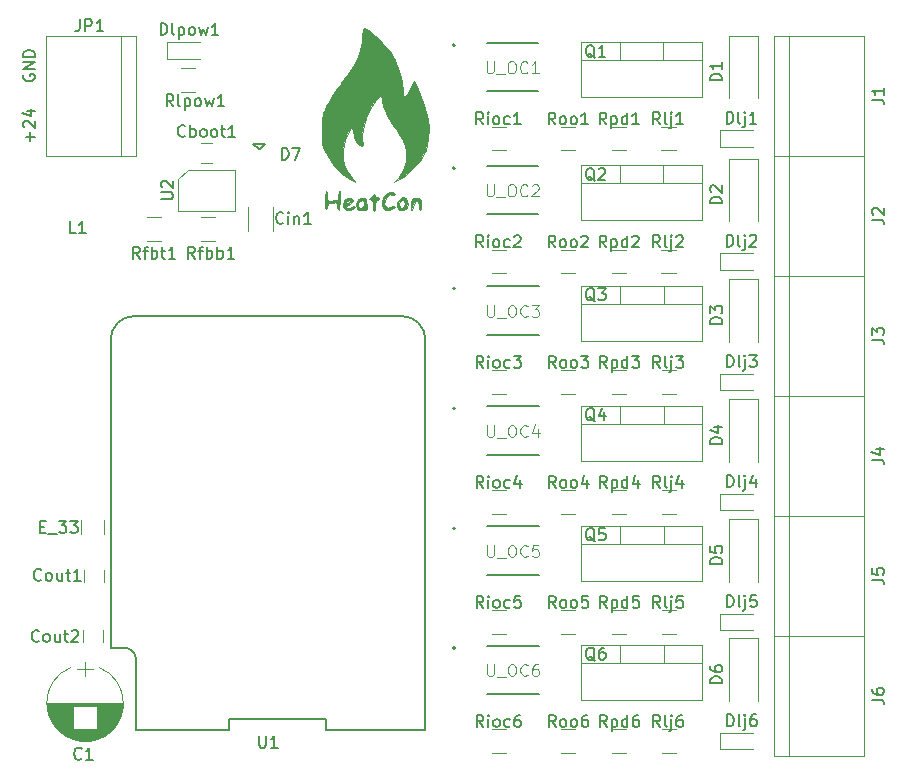
<source format=gbr>
%TF.GenerationSoftware,KiCad,Pcbnew,(5.1.7)-1*%
%TF.CreationDate,2020-12-01T10:33:41+01:00*%
%TF.ProjectId,HeatController,48656174-436f-46e7-9472-6f6c6c65722e,rev?*%
%TF.SameCoordinates,Original*%
%TF.FileFunction,Legend,Top*%
%TF.FilePolarity,Positive*%
%FSLAX46Y46*%
G04 Gerber Fmt 4.6, Leading zero omitted, Abs format (unit mm)*
G04 Created by KiCad (PCBNEW (5.1.7)-1) date 2020-12-01 10:33:41*
%MOMM*%
%LPD*%
G01*
G04 APERTURE LIST*
%ADD10C,0.150000*%
%ADD11C,0.010000*%
%ADD12C,0.120000*%
%ADD13C,0.200000*%
%ADD14C,0.127000*%
%ADD15C,0.015000*%
G04 APERTURE END LIST*
D10*
X151773000Y-56768904D02*
X151725380Y-56864142D01*
X151725380Y-57007000D01*
X151773000Y-57149857D01*
X151868238Y-57245095D01*
X151963476Y-57292714D01*
X152153952Y-57340333D01*
X152296809Y-57340333D01*
X152487285Y-57292714D01*
X152582523Y-57245095D01*
X152677761Y-57149857D01*
X152725380Y-57007000D01*
X152725380Y-56911761D01*
X152677761Y-56768904D01*
X152630142Y-56721285D01*
X152296809Y-56721285D01*
X152296809Y-56911761D01*
X152725380Y-56292714D02*
X151725380Y-56292714D01*
X152725380Y-55721285D01*
X151725380Y-55721285D01*
X152725380Y-55245095D02*
X151725380Y-55245095D01*
X151725380Y-55007000D01*
X151773000Y-54864142D01*
X151868238Y-54768904D01*
X151963476Y-54721285D01*
X152153952Y-54673666D01*
X152296809Y-54673666D01*
X152487285Y-54721285D01*
X152582523Y-54768904D01*
X152677761Y-54864142D01*
X152725380Y-55007000D01*
X152725380Y-55245095D01*
X152344428Y-62420333D02*
X152344428Y-61658428D01*
X152725380Y-62039380D02*
X151963476Y-62039380D01*
X151820619Y-61229857D02*
X151773000Y-61182238D01*
X151725380Y-61087000D01*
X151725380Y-60848904D01*
X151773000Y-60753666D01*
X151820619Y-60706047D01*
X151915857Y-60658428D01*
X152011095Y-60658428D01*
X152153952Y-60706047D01*
X152725380Y-61277476D01*
X152725380Y-60658428D01*
X152058714Y-59801285D02*
X152725380Y-59801285D01*
X151677761Y-60039380D02*
X152392047Y-60277476D01*
X152392047Y-59658428D01*
D11*
%TO.C,G\u002A\u002A\u002A*%
G36*
X178592136Y-66734414D02*
G01*
X178590751Y-66996304D01*
X178575809Y-67120980D01*
X178534500Y-67503423D01*
X178511325Y-67874320D01*
X178509644Y-67959180D01*
X178495774Y-68183042D01*
X178451082Y-68223596D01*
X178409600Y-68173600D01*
X178329457Y-67951279D01*
X178309555Y-67779900D01*
X178285370Y-67617777D01*
X178175156Y-67574812D01*
X177990500Y-67602100D01*
X177741391Y-67646752D01*
X177584934Y-67665597D01*
X177584100Y-67665600D01*
X177507911Y-67749668D01*
X177493644Y-67843400D01*
X177437659Y-68086921D01*
X177393600Y-68173600D01*
X177341716Y-68180281D01*
X177309103Y-68003240D01*
X177294566Y-67634283D01*
X177293555Y-67487800D01*
X177304347Y-67075224D01*
X177335516Y-66784924D01*
X177382686Y-66653570D01*
X177393600Y-66649600D01*
X177456422Y-66739914D01*
X177492112Y-66966307D01*
X177495200Y-67068700D01*
X177503204Y-67332416D01*
X177556322Y-67441836D01*
X177698212Y-67445856D01*
X177812700Y-67424300D01*
X178081175Y-67379009D01*
X178269900Y-67360800D01*
X178375838Y-67266535D01*
X178409600Y-67005200D01*
X178438676Y-66768175D01*
X178510751Y-66652235D01*
X178525009Y-66649600D01*
X178592136Y-66734414D01*
G37*
X178592136Y-66734414D02*
X178590751Y-66996304D01*
X178575809Y-67120980D01*
X178534500Y-67503423D01*
X178511325Y-67874320D01*
X178509644Y-67959180D01*
X178495774Y-68183042D01*
X178451082Y-68223596D01*
X178409600Y-68173600D01*
X178329457Y-67951279D01*
X178309555Y-67779900D01*
X178285370Y-67617777D01*
X178175156Y-67574812D01*
X177990500Y-67602100D01*
X177741391Y-67646752D01*
X177584934Y-67665597D01*
X177584100Y-67665600D01*
X177507911Y-67749668D01*
X177493644Y-67843400D01*
X177437659Y-68086921D01*
X177393600Y-68173600D01*
X177341716Y-68180281D01*
X177309103Y-68003240D01*
X177294566Y-67634283D01*
X177293555Y-67487800D01*
X177304347Y-67075224D01*
X177335516Y-66784924D01*
X177382686Y-66653570D01*
X177393600Y-66649600D01*
X177456422Y-66739914D01*
X177492112Y-66966307D01*
X177495200Y-67068700D01*
X177503204Y-67332416D01*
X177556322Y-67441836D01*
X177698212Y-67445856D01*
X177812700Y-67424300D01*
X178081175Y-67379009D01*
X178269900Y-67360800D01*
X178375838Y-67266535D01*
X178409600Y-67005200D01*
X178438676Y-66768175D01*
X178510751Y-66652235D01*
X178525009Y-66649600D01*
X178592136Y-66734414D01*
G36*
X179513313Y-67206470D02*
G01*
X179616000Y-67294577D01*
X179643728Y-67462555D01*
X179471421Y-67659460D01*
X179171600Y-67847745D01*
X179030385Y-67935904D01*
X179066649Y-67992039D01*
X179159658Y-68030402D01*
X179398207Y-68038611D01*
X179550552Y-67979394D01*
X179745062Y-67904087D01*
X179823165Y-67951110D01*
X179748245Y-68079278D01*
X179685421Y-68131106D01*
X179372415Y-68263596D01*
X179050443Y-68196046D01*
X178993800Y-68165461D01*
X178852648Y-67980078D01*
X178824605Y-67710788D01*
X178878574Y-67538600D01*
X179044091Y-67538600D01*
X179055918Y-67651776D01*
X179188513Y-67633580D01*
X179380781Y-67510213D01*
X179511985Y-67396796D01*
X179467575Y-67370276D01*
X179331958Y-67383213D01*
X179126639Y-67451668D01*
X179044091Y-67538600D01*
X178878574Y-67538600D01*
X178908867Y-67441953D01*
X179001800Y-67325746D01*
X179270175Y-67173841D01*
X179513313Y-67206470D01*
G37*
X179513313Y-67206470D02*
X179616000Y-67294577D01*
X179643728Y-67462555D01*
X179471421Y-67659460D01*
X179171600Y-67847745D01*
X179030385Y-67935904D01*
X179066649Y-67992039D01*
X179159658Y-68030402D01*
X179398207Y-68038611D01*
X179550552Y-67979394D01*
X179745062Y-67904087D01*
X179823165Y-67951110D01*
X179748245Y-68079278D01*
X179685421Y-68131106D01*
X179372415Y-68263596D01*
X179050443Y-68196046D01*
X178993800Y-68165461D01*
X178852648Y-67980078D01*
X178824605Y-67710788D01*
X178878574Y-67538600D01*
X179044091Y-67538600D01*
X179055918Y-67651776D01*
X179188513Y-67633580D01*
X179380781Y-67510213D01*
X179511985Y-67396796D01*
X179467575Y-67370276D01*
X179331958Y-67383213D01*
X179126639Y-67451668D01*
X179044091Y-67538600D01*
X178878574Y-67538600D01*
X178908867Y-67441953D01*
X179001800Y-67325746D01*
X179270175Y-67173841D01*
X179513313Y-67206470D01*
G36*
X180615342Y-67190957D02*
G01*
X180695600Y-67235355D01*
X180759453Y-67374680D01*
X180801331Y-67638335D01*
X180808349Y-67767200D01*
X180806512Y-68048751D01*
X180758243Y-68184515D01*
X180626730Y-68231677D01*
X180503549Y-68240672D01*
X180238168Y-68237052D01*
X180060600Y-68206806D01*
X179965529Y-68073854D01*
X179937256Y-67831547D01*
X179944876Y-67773601D01*
X180048945Y-67773601D01*
X180098931Y-67916662D01*
X180242494Y-68042525D01*
X180378331Y-68051971D01*
X180534429Y-67980975D01*
X180593301Y-67790850D01*
X180597444Y-67691000D01*
X180555744Y-67437201D01*
X180430027Y-67367672D01*
X180230148Y-67486586D01*
X180194857Y-67520457D01*
X180065077Y-67662536D01*
X180048945Y-67773601D01*
X179944876Y-67773601D01*
X179972789Y-67561370D01*
X180069136Y-67344808D01*
X180093257Y-67317257D01*
X180346921Y-67175374D01*
X180615342Y-67190957D01*
G37*
X180615342Y-67190957D02*
X180695600Y-67235355D01*
X180759453Y-67374680D01*
X180801331Y-67638335D01*
X180808349Y-67767200D01*
X180806512Y-68048751D01*
X180758243Y-68184515D01*
X180626730Y-68231677D01*
X180503549Y-68240672D01*
X180238168Y-68237052D01*
X180060600Y-68206806D01*
X179965529Y-68073854D01*
X179937256Y-67831547D01*
X179944876Y-67773601D01*
X180048945Y-67773601D01*
X180098931Y-67916662D01*
X180242494Y-68042525D01*
X180378331Y-68051971D01*
X180534429Y-67980975D01*
X180593301Y-67790850D01*
X180597444Y-67691000D01*
X180555744Y-67437201D01*
X180430027Y-67367672D01*
X180230148Y-67486586D01*
X180194857Y-67520457D01*
X180065077Y-67662536D01*
X180048945Y-67773601D01*
X179944876Y-67773601D01*
X179972789Y-67561370D01*
X180069136Y-67344808D01*
X180093257Y-67317257D01*
X180346921Y-67175374D01*
X180615342Y-67190957D01*
G36*
X181547737Y-66935091D02*
G01*
X181559200Y-67005200D01*
X181640527Y-67139898D01*
X181711600Y-67157600D01*
X181846806Y-67212461D01*
X181864000Y-67259200D01*
X181781708Y-67349337D01*
X181711600Y-67360800D01*
X181611151Y-67420634D01*
X181565396Y-67624083D01*
X181559200Y-67818000D01*
X181539020Y-68090663D01*
X181487963Y-68254221D01*
X181457600Y-68275200D01*
X181397008Y-68184391D01*
X181360661Y-67954634D01*
X181356000Y-67818000D01*
X181336055Y-67516653D01*
X181268238Y-67379390D01*
X181203600Y-67360800D01*
X181068393Y-67305938D01*
X181051200Y-67259200D01*
X181133491Y-67169062D01*
X181203600Y-67157600D01*
X181338298Y-67076272D01*
X181356000Y-67005200D01*
X181410861Y-66869993D01*
X181457600Y-66852800D01*
X181547737Y-66935091D01*
G37*
X181547737Y-66935091D02*
X181559200Y-67005200D01*
X181640527Y-67139898D01*
X181711600Y-67157600D01*
X181846806Y-67212461D01*
X181864000Y-67259200D01*
X181781708Y-67349337D01*
X181711600Y-67360800D01*
X181611151Y-67420634D01*
X181565396Y-67624083D01*
X181559200Y-67818000D01*
X181539020Y-68090663D01*
X181487963Y-68254221D01*
X181457600Y-68275200D01*
X181397008Y-68184391D01*
X181360661Y-67954634D01*
X181356000Y-67818000D01*
X181336055Y-67516653D01*
X181268238Y-67379390D01*
X181203600Y-67360800D01*
X181068393Y-67305938D01*
X181051200Y-67259200D01*
X181133491Y-67169062D01*
X181203600Y-67157600D01*
X181338298Y-67076272D01*
X181356000Y-67005200D01*
X181410861Y-66869993D01*
X181457600Y-66852800D01*
X181547737Y-66935091D01*
G36*
X183162562Y-66762071D02*
G01*
X183184800Y-66853660D01*
X183162843Y-66992120D01*
X183059618Y-66978499D01*
X182974515Y-66929860D01*
X182820641Y-66865521D01*
X182688400Y-66917977D01*
X182515008Y-67106800D01*
X182336929Y-67405976D01*
X182279023Y-67687173D01*
X182338172Y-67903534D01*
X182511257Y-68008202D01*
X182575200Y-68011313D01*
X182849449Y-67972482D01*
X183007000Y-67924243D01*
X183157566Y-67891002D01*
X183177937Y-67952173D01*
X183084283Y-68061222D01*
X182926019Y-68157291D01*
X182621554Y-68261597D01*
X182405560Y-68231135D01*
X182235346Y-68089399D01*
X182091525Y-67792125D01*
X182110325Y-67438405D01*
X182279965Y-67076073D01*
X182558683Y-66776600D01*
X182793331Y-66660395D01*
X183017133Y-66658322D01*
X183162562Y-66762071D01*
G37*
X183162562Y-66762071D02*
X183184800Y-66853660D01*
X183162843Y-66992120D01*
X183059618Y-66978499D01*
X182974515Y-66929860D01*
X182820641Y-66865521D01*
X182688400Y-66917977D01*
X182515008Y-67106800D01*
X182336929Y-67405976D01*
X182279023Y-67687173D01*
X182338172Y-67903534D01*
X182511257Y-68008202D01*
X182575200Y-68011313D01*
X182849449Y-67972482D01*
X183007000Y-67924243D01*
X183157566Y-67891002D01*
X183177937Y-67952173D01*
X183084283Y-68061222D01*
X182926019Y-68157291D01*
X182621554Y-68261597D01*
X182405560Y-68231135D01*
X182235346Y-68089399D01*
X182091525Y-67792125D01*
X182110325Y-67438405D01*
X182279965Y-67076073D01*
X182558683Y-66776600D01*
X182793331Y-66660395D01*
X183017133Y-66658322D01*
X183162562Y-66762071D01*
G36*
X184116540Y-67242455D02*
G01*
X184250898Y-67453079D01*
X184287699Y-67723557D01*
X184211882Y-67987975D01*
X184116599Y-68107053D01*
X183844346Y-68260678D01*
X183594686Y-68220186D01*
X183509920Y-68153280D01*
X183388378Y-67909391D01*
X183400557Y-67702868D01*
X183594219Y-67702868D01*
X183633100Y-67933043D01*
X183750534Y-68065449D01*
X183896309Y-68043310D01*
X184013484Y-67896517D01*
X184048400Y-67715008D01*
X184015946Y-67492281D01*
X183895907Y-67414424D01*
X183846591Y-67411600D01*
X183668331Y-67494867D01*
X183594219Y-67702868D01*
X183400557Y-67702868D01*
X183405321Y-67622087D01*
X183534250Y-67359060D01*
X183748666Y-67188003D01*
X183899682Y-67157600D01*
X184116540Y-67242455D01*
G37*
X184116540Y-67242455D02*
X184250898Y-67453079D01*
X184287699Y-67723557D01*
X184211882Y-67987975D01*
X184116599Y-68107053D01*
X183844346Y-68260678D01*
X183594686Y-68220186D01*
X183509920Y-68153280D01*
X183388378Y-67909391D01*
X183400557Y-67702868D01*
X183594219Y-67702868D01*
X183633100Y-67933043D01*
X183750534Y-68065449D01*
X183896309Y-68043310D01*
X184013484Y-67896517D01*
X184048400Y-67715008D01*
X184015946Y-67492281D01*
X183895907Y-67414424D01*
X183846591Y-67411600D01*
X183668331Y-67494867D01*
X183594219Y-67702868D01*
X183400557Y-67702868D01*
X183405321Y-67622087D01*
X183534250Y-67359060D01*
X183748666Y-67188003D01*
X183899682Y-67157600D01*
X184116540Y-67242455D01*
G36*
X185188724Y-67205712D02*
G01*
X185337489Y-67286623D01*
X185337761Y-67287048D01*
X185391554Y-67455803D01*
X185416311Y-67701089D01*
X185413410Y-67956186D01*
X185384229Y-68154372D01*
X185330147Y-68228928D01*
X185318400Y-68224400D01*
X185253457Y-68091187D01*
X185218656Y-67838502D01*
X185216800Y-67761203D01*
X185196742Y-67508901D01*
X185146721Y-67370092D01*
X185127640Y-67360800D01*
X184966174Y-67452316D01*
X184815835Y-67689615D01*
X184716780Y-67996426D01*
X184659527Y-68195736D01*
X184605223Y-68202291D01*
X184585330Y-68160711D01*
X184556571Y-67955147D01*
X184567510Y-67660646D01*
X184574504Y-67601911D01*
X184627091Y-67343465D01*
X184727609Y-67225725D01*
X184931244Y-67186329D01*
X184943031Y-67185448D01*
X185188724Y-67205712D01*
G37*
X185188724Y-67205712D02*
X185337489Y-67286623D01*
X185337761Y-67287048D01*
X185391554Y-67455803D01*
X185416311Y-67701089D01*
X185413410Y-67956186D01*
X185384229Y-68154372D01*
X185330147Y-68228928D01*
X185318400Y-68224400D01*
X185253457Y-68091187D01*
X185218656Y-67838502D01*
X185216800Y-67761203D01*
X185196742Y-67508901D01*
X185146721Y-67370092D01*
X185127640Y-67360800D01*
X184966174Y-67452316D01*
X184815835Y-67689615D01*
X184716780Y-67996426D01*
X184659527Y-68195736D01*
X184605223Y-68202291D01*
X184585330Y-68160711D01*
X184556571Y-67955147D01*
X184567510Y-67660646D01*
X184574504Y-67601911D01*
X184627091Y-67343465D01*
X184727609Y-67225725D01*
X184931244Y-67186329D01*
X184943031Y-67185448D01*
X185188724Y-67205712D01*
G36*
X180773127Y-52904486D02*
G01*
X181075440Y-53101221D01*
X181439058Y-53391120D01*
X181829131Y-53743098D01*
X182210811Y-54126070D01*
X182549248Y-54508951D01*
X182763186Y-54791014D01*
X183203059Y-55555661D01*
X183552991Y-56415666D01*
X183790601Y-57301999D01*
X183893508Y-58145630D01*
X183896000Y-58285004D01*
X183925744Y-58534367D01*
X184011412Y-58601456D01*
X184016818Y-58599860D01*
X184202262Y-58457632D01*
X184406230Y-58178260D01*
X184589788Y-57819506D01*
X184651938Y-57657580D01*
X184787757Y-57262510D01*
X185140395Y-57968255D01*
X185618844Y-59086525D01*
X185925393Y-60173532D01*
X186059444Y-61215021D01*
X186020404Y-62196735D01*
X185807676Y-63104421D01*
X185420664Y-63923822D01*
X185391175Y-63970991D01*
X185091567Y-64362067D01*
X184684382Y-64787898D01*
X184231968Y-65190882D01*
X183796672Y-65513421D01*
X183591953Y-65633215D01*
X183150416Y-65858470D01*
X183517693Y-65429390D01*
X183921521Y-64808685D01*
X184147438Y-64117690D01*
X184188901Y-63393602D01*
X184039371Y-62673615D01*
X184014344Y-62605068D01*
X183875575Y-62315573D01*
X183648829Y-61923184D01*
X183369377Y-61486560D01*
X183159601Y-61183660D01*
X182735607Y-60548484D01*
X182437697Y-59984386D01*
X182237980Y-59429845D01*
X182119288Y-58888972D01*
X182052879Y-58494344D01*
X181647970Y-58888972D01*
X181180029Y-59473170D01*
X180813866Y-60192730D01*
X180566782Y-60998203D01*
X180456079Y-61840144D01*
X180458806Y-62287521D01*
X180470320Y-62613588D01*
X180450436Y-62775037D01*
X180390215Y-62809205D01*
X180338863Y-62788462D01*
X180024734Y-62510840D01*
X179781474Y-62067982D01*
X179624706Y-61490194D01*
X179605816Y-61366400D01*
X179577531Y-61226588D01*
X179528872Y-61225070D01*
X179431815Y-61379250D01*
X179355487Y-61521857D01*
X179019848Y-62337636D01*
X178849682Y-63177297D01*
X178839095Y-63797994D01*
X178928200Y-64402200D01*
X179121245Y-64900847D01*
X179453996Y-65379796D01*
X179539624Y-65479828D01*
X179715917Y-65687950D01*
X179811484Y-65815447D01*
X179817124Y-65834558D01*
X179717323Y-65786351D01*
X179495243Y-65663641D01*
X179262792Y-65530028D01*
X178660799Y-65091068D01*
X178089325Y-64514076D01*
X177605580Y-63862459D01*
X177363267Y-63424666D01*
X177227079Y-63126926D01*
X177135440Y-62879855D01*
X177079604Y-62630632D01*
X177050825Y-62326437D01*
X177040357Y-61914450D01*
X177039294Y-61468000D01*
X177041950Y-60935228D01*
X177055154Y-60551778D01*
X177088674Y-60263774D01*
X177152277Y-60017338D01*
X177255730Y-59758595D01*
X177407677Y-59436000D01*
X177611888Y-59062001D01*
X177906214Y-58587375D01*
X178253252Y-58069701D01*
X178615601Y-57566559D01*
X178661593Y-57505600D01*
X179257963Y-56682235D01*
X179715310Y-55957195D01*
X180048686Y-55296323D01*
X180273145Y-54665463D01*
X180403736Y-54030460D01*
X180452984Y-53440556D01*
X180478540Y-53119284D01*
X180522783Y-52898745D01*
X180566966Y-52832000D01*
X180773127Y-52904486D01*
G37*
X180773127Y-52904486D02*
X181075440Y-53101221D01*
X181439058Y-53391120D01*
X181829131Y-53743098D01*
X182210811Y-54126070D01*
X182549248Y-54508951D01*
X182763186Y-54791014D01*
X183203059Y-55555661D01*
X183552991Y-56415666D01*
X183790601Y-57301999D01*
X183893508Y-58145630D01*
X183896000Y-58285004D01*
X183925744Y-58534367D01*
X184011412Y-58601456D01*
X184016818Y-58599860D01*
X184202262Y-58457632D01*
X184406230Y-58178260D01*
X184589788Y-57819506D01*
X184651938Y-57657580D01*
X184787757Y-57262510D01*
X185140395Y-57968255D01*
X185618844Y-59086525D01*
X185925393Y-60173532D01*
X186059444Y-61215021D01*
X186020404Y-62196735D01*
X185807676Y-63104421D01*
X185420664Y-63923822D01*
X185391175Y-63970991D01*
X185091567Y-64362067D01*
X184684382Y-64787898D01*
X184231968Y-65190882D01*
X183796672Y-65513421D01*
X183591953Y-65633215D01*
X183150416Y-65858470D01*
X183517693Y-65429390D01*
X183921521Y-64808685D01*
X184147438Y-64117690D01*
X184188901Y-63393602D01*
X184039371Y-62673615D01*
X184014344Y-62605068D01*
X183875575Y-62315573D01*
X183648829Y-61923184D01*
X183369377Y-61486560D01*
X183159601Y-61183660D01*
X182735607Y-60548484D01*
X182437697Y-59984386D01*
X182237980Y-59429845D01*
X182119288Y-58888972D01*
X182052879Y-58494344D01*
X181647970Y-58888972D01*
X181180029Y-59473170D01*
X180813866Y-60192730D01*
X180566782Y-60998203D01*
X180456079Y-61840144D01*
X180458806Y-62287521D01*
X180470320Y-62613588D01*
X180450436Y-62775037D01*
X180390215Y-62809205D01*
X180338863Y-62788462D01*
X180024734Y-62510840D01*
X179781474Y-62067982D01*
X179624706Y-61490194D01*
X179605816Y-61366400D01*
X179577531Y-61226588D01*
X179528872Y-61225070D01*
X179431815Y-61379250D01*
X179355487Y-61521857D01*
X179019848Y-62337636D01*
X178849682Y-63177297D01*
X178839095Y-63797994D01*
X178928200Y-64402200D01*
X179121245Y-64900847D01*
X179453996Y-65379796D01*
X179539624Y-65479828D01*
X179715917Y-65687950D01*
X179811484Y-65815447D01*
X179817124Y-65834558D01*
X179717323Y-65786351D01*
X179495243Y-65663641D01*
X179262792Y-65530028D01*
X178660799Y-65091068D01*
X178089325Y-64514076D01*
X177605580Y-63862459D01*
X177363267Y-63424666D01*
X177227079Y-63126926D01*
X177135440Y-62879855D01*
X177079604Y-62630632D01*
X177050825Y-62326437D01*
X177040357Y-61914450D01*
X177039294Y-61468000D01*
X177041950Y-60935228D01*
X177055154Y-60551778D01*
X177088674Y-60263774D01*
X177152277Y-60017338D01*
X177255730Y-59758595D01*
X177407677Y-59436000D01*
X177611888Y-59062001D01*
X177906214Y-58587375D01*
X178253252Y-58069701D01*
X178615601Y-57566559D01*
X178661593Y-57505600D01*
X179257963Y-56682235D01*
X179715310Y-55957195D01*
X180048686Y-55296323D01*
X180273145Y-54665463D01*
X180403736Y-54030460D01*
X180452984Y-53440556D01*
X180478540Y-53119284D01*
X180522783Y-52898745D01*
X180566966Y-52832000D01*
X180773127Y-52904486D01*
D12*
%TO.C,E_33*%
X156607000Y-95634000D02*
X156607000Y-94434000D01*
X158607000Y-94434000D02*
X158607000Y-95634000D01*
%TO.C,JP1*%
X160020000Y-53467000D02*
X160020000Y-63627000D01*
X161290000Y-53467000D02*
X153670000Y-53467000D01*
X153670000Y-53467000D02*
X153670000Y-63627000D01*
X153670000Y-63627000D02*
X161290000Y-63627000D01*
X161290000Y-63627000D02*
X161290000Y-53467000D01*
%TO.C,J6*%
X216535000Y-114427000D02*
X216535000Y-104267000D01*
X215265000Y-114427000D02*
X222885000Y-114427000D01*
X222885000Y-114427000D02*
X222885000Y-104267000D01*
X222885000Y-104267000D02*
X215265000Y-104267000D01*
X215265000Y-104267000D02*
X215265000Y-114427000D01*
%TO.C,J5*%
X216535000Y-104267000D02*
X216535000Y-94107000D01*
X215265000Y-104267000D02*
X222885000Y-104267000D01*
X222885000Y-104267000D02*
X222885000Y-94107000D01*
X222885000Y-94107000D02*
X215265000Y-94107000D01*
X215265000Y-94107000D02*
X215265000Y-104267000D01*
%TO.C,J4*%
X216535000Y-94107000D02*
X216535000Y-83947000D01*
X215265000Y-94107000D02*
X222885000Y-94107000D01*
X222885000Y-94107000D02*
X222885000Y-83947000D01*
X222885000Y-83947000D02*
X215265000Y-83947000D01*
X215265000Y-83947000D02*
X215265000Y-94107000D01*
%TO.C,J3*%
X216535000Y-83947000D02*
X216535000Y-73787000D01*
X215265000Y-83947000D02*
X222885000Y-83947000D01*
X222885000Y-83947000D02*
X222885000Y-73787000D01*
X222885000Y-73787000D02*
X215265000Y-73787000D01*
X215265000Y-73787000D02*
X215265000Y-83947000D01*
%TO.C,J2*%
X216535000Y-73787000D02*
X216535000Y-63627000D01*
X215265000Y-73787000D02*
X222885000Y-73787000D01*
X222885000Y-73787000D02*
X222885000Y-63627000D01*
X222885000Y-63627000D02*
X215265000Y-63627000D01*
X215265000Y-63627000D02*
X215265000Y-73787000D01*
%TO.C,J1*%
X216535000Y-63627000D02*
X216535000Y-53467000D01*
X215265000Y-63627000D02*
X222885000Y-63627000D01*
X222885000Y-63627000D02*
X222885000Y-53467000D01*
X222885000Y-53467000D02*
X215265000Y-53467000D01*
X215265000Y-53467000D02*
X215265000Y-63627000D01*
D10*
%TO.C,U1*%
X185796000Y-112280000D02*
X185796000Y-79200000D01*
X183796000Y-77200000D02*
X161136000Y-77200000D01*
X159136000Y-79200000D02*
X159136000Y-105280000D01*
X161286000Y-112280000D02*
X169146000Y-112280000D01*
X169146000Y-112280000D02*
X169146000Y-111280000D01*
X169146000Y-111280000D02*
X177366000Y-111280000D01*
X177366000Y-111280000D02*
X177366000Y-112280000D01*
X177366000Y-112280000D02*
X185795999Y-112280000D01*
X161286000Y-112280000D02*
X161286000Y-106280000D01*
X160296000Y-105280000D02*
X159136000Y-105280000D01*
X159136000Y-105280000D02*
X159136000Y-105280000D01*
X161286000Y-106280000D02*
G75*
G03*
X160286000Y-105280000I-1000000J0D01*
G01*
X185796000Y-79200000D02*
G75*
G03*
X183796000Y-77200000I-2000000J0D01*
G01*
X161136000Y-77200000D02*
G75*
G03*
X159136000Y-79200000I0J-2000000D01*
G01*
D12*
%TO.C,Cout2*%
X156820500Y-103767000D02*
X156820500Y-104767000D01*
X158520500Y-104767000D02*
X158520500Y-103767000D01*
%TO.C,Dlj5*%
X210758500Y-102399000D02*
X213558500Y-102399000D01*
X210758500Y-103799000D02*
X213558500Y-103799000D01*
X210758500Y-102399000D02*
X210758500Y-103799000D01*
%TO.C,Q5*%
X205964000Y-94954500D02*
X205964000Y-96464500D01*
X202263000Y-94954500D02*
X202263000Y-96464500D01*
X198993000Y-96464500D02*
X209233000Y-96464500D01*
X209233000Y-94954500D02*
X209233000Y-99595500D01*
X198993000Y-94954500D02*
X198993000Y-99595500D01*
X198993000Y-99595500D02*
X209233000Y-99595500D01*
X198993000Y-94954500D02*
X209233000Y-94954500D01*
D13*
%TO.C,U_OC5*%
X188321000Y-95206500D02*
G75*
G03*
X188321000Y-95206500I-100000J0D01*
G01*
D14*
X190991000Y-95016500D02*
X195391000Y-95016500D01*
X190991000Y-99116500D02*
X195391000Y-99116500D01*
D12*
%TO.C,Rioc5*%
X192624000Y-104099000D02*
X191424000Y-104099000D01*
X191424000Y-102099000D02*
X192624000Y-102099000D01*
%TO.C,Rlj5*%
X206999000Y-104099000D02*
X205799000Y-104099000D01*
X205799000Y-102099000D02*
X206999000Y-102099000D01*
%TO.C,Rpd5*%
X201608000Y-102099000D02*
X202808000Y-102099000D01*
X202808000Y-104099000D02*
X201608000Y-104099000D01*
%TO.C,D5*%
X211509000Y-94397500D02*
X211509000Y-99697500D01*
X213989000Y-94397500D02*
X213989000Y-99697500D01*
X213989000Y-94397500D02*
X211529000Y-94397500D01*
%TO.C,Roo5*%
X197290000Y-102099000D02*
X198490000Y-102099000D01*
X198490000Y-104099000D02*
X197290000Y-104099000D01*
%TO.C,D6*%
X211509000Y-104494000D02*
X211509000Y-109794000D01*
X213989000Y-104494000D02*
X213989000Y-109794000D01*
X213989000Y-104494000D02*
X211529000Y-104494000D01*
D13*
%TO.C,U_OC6*%
X188321000Y-105303000D02*
G75*
G03*
X188321000Y-105303000I-100000J0D01*
G01*
D14*
X190991000Y-105113000D02*
X195391000Y-105113000D01*
X190991000Y-109213000D02*
X195391000Y-109213000D01*
D12*
%TO.C,Rioc6*%
X192624000Y-114195500D02*
X191424000Y-114195500D01*
X191424000Y-112195500D02*
X192624000Y-112195500D01*
%TO.C,Rpd6*%
X201608000Y-112195500D02*
X202808000Y-112195500D01*
X202808000Y-114195500D02*
X201608000Y-114195500D01*
%TO.C,Roo6*%
X197290000Y-112195500D02*
X198490000Y-112195500D01*
X198490000Y-114195500D02*
X197290000Y-114195500D01*
%TO.C,Q6*%
X205964000Y-105051000D02*
X205964000Y-106561000D01*
X202263000Y-105051000D02*
X202263000Y-106561000D01*
X198993000Y-106561000D02*
X209233000Y-106561000D01*
X209233000Y-105051000D02*
X209233000Y-109692000D01*
X198993000Y-105051000D02*
X198993000Y-109692000D01*
X198993000Y-109692000D02*
X209233000Y-109692000D01*
X198993000Y-105051000D02*
X209233000Y-105051000D01*
%TO.C,Dlj6*%
X210758500Y-112495500D02*
X213558500Y-112495500D01*
X210758500Y-113895500D02*
X213558500Y-113895500D01*
X210758500Y-112495500D02*
X210758500Y-113895500D01*
%TO.C,Rlj6*%
X206999000Y-114195500D02*
X205799000Y-114195500D01*
X205799000Y-112195500D02*
X206999000Y-112195500D01*
%TO.C,Dlj3*%
X210758500Y-82079000D02*
X213558500Y-82079000D01*
X210758500Y-83479000D02*
X213558500Y-83479000D01*
X210758500Y-82079000D02*
X210758500Y-83479000D01*
%TO.C,Q3*%
X205964000Y-74634500D02*
X205964000Y-76144500D01*
X202263000Y-74634500D02*
X202263000Y-76144500D01*
X198993000Y-76144500D02*
X209233000Y-76144500D01*
X209233000Y-74634500D02*
X209233000Y-79275500D01*
X198993000Y-74634500D02*
X198993000Y-79275500D01*
X198993000Y-79275500D02*
X209233000Y-79275500D01*
X198993000Y-74634500D02*
X209233000Y-74634500D01*
D13*
%TO.C,U_OC3*%
X188321000Y-74886500D02*
G75*
G03*
X188321000Y-74886500I-100000J0D01*
G01*
D14*
X190991000Y-74696500D02*
X195391000Y-74696500D01*
X190991000Y-78796500D02*
X195391000Y-78796500D01*
D12*
%TO.C,Rioc3*%
X192624000Y-83779000D02*
X191424000Y-83779000D01*
X191424000Y-81779000D02*
X192624000Y-81779000D01*
%TO.C,Rlj3*%
X206999000Y-83779000D02*
X205799000Y-83779000D01*
X205799000Y-81779000D02*
X206999000Y-81779000D01*
%TO.C,Rpd3*%
X201608000Y-81779000D02*
X202808000Y-81779000D01*
X202808000Y-83779000D02*
X201608000Y-83779000D01*
%TO.C,D3*%
X211509000Y-74077500D02*
X211509000Y-79377500D01*
X213989000Y-74077500D02*
X213989000Y-79377500D01*
X213989000Y-74077500D02*
X211529000Y-74077500D01*
%TO.C,Roo3*%
X197290000Y-81779000D02*
X198490000Y-81779000D01*
X198490000Y-83779000D02*
X197290000Y-83779000D01*
%TO.C,D4*%
X211509000Y-84237500D02*
X211509000Y-89537500D01*
X213989000Y-84237500D02*
X213989000Y-89537500D01*
X213989000Y-84237500D02*
X211529000Y-84237500D01*
D13*
%TO.C,U_OC4*%
X188321000Y-85046500D02*
G75*
G03*
X188321000Y-85046500I-100000J0D01*
G01*
D14*
X190991000Y-84856500D02*
X195391000Y-84856500D01*
X190991000Y-88956500D02*
X195391000Y-88956500D01*
D12*
%TO.C,Rioc4*%
X192624000Y-93939000D02*
X191424000Y-93939000D01*
X191424000Y-91939000D02*
X192624000Y-91939000D01*
%TO.C,Rpd4*%
X201608000Y-91939000D02*
X202808000Y-91939000D01*
X202808000Y-93939000D02*
X201608000Y-93939000D01*
%TO.C,Roo4*%
X197290000Y-91939000D02*
X198490000Y-91939000D01*
X198490000Y-93939000D02*
X197290000Y-93939000D01*
%TO.C,Q4*%
X205964000Y-84794500D02*
X205964000Y-86304500D01*
X202263000Y-84794500D02*
X202263000Y-86304500D01*
X198993000Y-86304500D02*
X209233000Y-86304500D01*
X209233000Y-84794500D02*
X209233000Y-89435500D01*
X198993000Y-84794500D02*
X198993000Y-89435500D01*
X198993000Y-89435500D02*
X209233000Y-89435500D01*
X198993000Y-84794500D02*
X209233000Y-84794500D01*
%TO.C,Dlj4*%
X210758500Y-92239000D02*
X213558500Y-92239000D01*
X210758500Y-93639000D02*
X213558500Y-93639000D01*
X210758500Y-92239000D02*
X210758500Y-93639000D01*
%TO.C,Rlj4*%
X206999000Y-93939000D02*
X205799000Y-93939000D01*
X205799000Y-91939000D02*
X206999000Y-91939000D01*
%TO.C,Dlj2*%
X210734500Y-71880500D02*
X213534500Y-71880500D01*
X210734500Y-73280500D02*
X213534500Y-73280500D01*
X210734500Y-71880500D02*
X210734500Y-73280500D01*
%TO.C,Q2*%
X205940000Y-64436000D02*
X205940000Y-65946000D01*
X202239000Y-64436000D02*
X202239000Y-65946000D01*
X198969000Y-65946000D02*
X209209000Y-65946000D01*
X209209000Y-64436000D02*
X209209000Y-69077000D01*
X198969000Y-64436000D02*
X198969000Y-69077000D01*
X198969000Y-69077000D02*
X209209000Y-69077000D01*
X198969000Y-64436000D02*
X209209000Y-64436000D01*
D13*
%TO.C,U_OC2*%
X188297000Y-64688000D02*
G75*
G03*
X188297000Y-64688000I-100000J0D01*
G01*
D14*
X190967000Y-64498000D02*
X195367000Y-64498000D01*
X190967000Y-68598000D02*
X195367000Y-68598000D01*
D12*
%TO.C,Rioc2*%
X192600000Y-73580500D02*
X191400000Y-73580500D01*
X191400000Y-71580500D02*
X192600000Y-71580500D01*
%TO.C,Rlj2*%
X206975000Y-73580500D02*
X205775000Y-73580500D01*
X205775000Y-71580500D02*
X206975000Y-71580500D01*
%TO.C,Rpd2*%
X201584000Y-71580500D02*
X202784000Y-71580500D01*
X202784000Y-73580500D02*
X201584000Y-73580500D01*
%TO.C,D2*%
X211485000Y-63879000D02*
X211485000Y-69179000D01*
X213965000Y-63879000D02*
X213965000Y-69179000D01*
X213965000Y-63879000D02*
X211505000Y-63879000D01*
%TO.C,Roo2*%
X197266000Y-71580500D02*
X198466000Y-71580500D01*
X198466000Y-73580500D02*
X197266000Y-73580500D01*
%TO.C,Rlpow1*%
X166271500Y-58213500D02*
X165071500Y-58213500D01*
X165071500Y-56213500D02*
X166271500Y-56213500D01*
%TO.C,Dlpow1*%
X163935000Y-54037000D02*
X166735000Y-54037000D01*
X163935000Y-55437000D02*
X166735000Y-55437000D01*
X163935000Y-54037000D02*
X163935000Y-55437000D01*
%TO.C,D1*%
X211485000Y-53465000D02*
X211485000Y-58765000D01*
X213965000Y-53465000D02*
X213965000Y-58765000D01*
X213965000Y-53465000D02*
X211505000Y-53465000D01*
%TO.C,Roo1*%
X197266000Y-61166500D02*
X198466000Y-61166500D01*
X198466000Y-63166500D02*
X197266000Y-63166500D01*
%TO.C,Rfbt1*%
X162214000Y-68850000D02*
X163414000Y-68850000D01*
X163414000Y-70850000D02*
X162214000Y-70850000D01*
%TO.C,Rfbb1*%
X166786000Y-68850000D02*
X167986000Y-68850000D01*
X167986000Y-70850000D02*
X166786000Y-70850000D01*
%TO.C,Rlj1*%
X206975000Y-63166500D02*
X205775000Y-63166500D01*
X205775000Y-61166500D02*
X206975000Y-61166500D01*
%TO.C,Rpd1*%
X201584000Y-61166500D02*
X202784000Y-61166500D01*
X202784000Y-63166500D02*
X201584000Y-63166500D01*
%TO.C,Rioc1*%
X192600000Y-63166500D02*
X191400000Y-63166500D01*
X191400000Y-61166500D02*
X192600000Y-61166500D01*
%TO.C,Cout1*%
X158584000Y-99721000D02*
X158584000Y-98721000D01*
X156884000Y-98721000D02*
X156884000Y-99721000D01*
%TO.C,Cboot1*%
X166759000Y-64223000D02*
X167759000Y-64223000D01*
X167759000Y-62523000D02*
X166759000Y-62523000D01*
%TO.C,C1*%
X157622000Y-107112000D02*
X156322000Y-107112000D01*
X156972000Y-106512000D02*
X156972000Y-107712000D01*
X157440000Y-113163000D02*
X156504000Y-113163000D01*
X157648000Y-113123000D02*
X156296000Y-113123000D01*
X157806000Y-113083000D02*
X156138000Y-113083000D01*
X157938000Y-113043000D02*
X156006000Y-113043000D01*
X158053000Y-113003000D02*
X155891000Y-113003000D01*
X158156000Y-112963000D02*
X155788000Y-112963000D01*
X158250000Y-112923000D02*
X155694000Y-112923000D01*
X158336000Y-112883000D02*
X155608000Y-112883000D01*
X158417000Y-112843000D02*
X155527000Y-112843000D01*
X158492000Y-112803000D02*
X155452000Y-112803000D01*
X158563000Y-112763000D02*
X155381000Y-112763000D01*
X158630000Y-112723000D02*
X155314000Y-112723000D01*
X158693000Y-112683000D02*
X155251000Y-112683000D01*
X158753000Y-112643000D02*
X155191000Y-112643000D01*
X158811000Y-112603000D02*
X155133000Y-112603000D01*
X158866000Y-112563000D02*
X155078000Y-112563000D01*
X158918000Y-112523000D02*
X155026000Y-112523000D01*
X158969000Y-112483000D02*
X154975000Y-112483000D01*
X159017000Y-112443000D02*
X154927000Y-112443000D01*
X159064000Y-112403000D02*
X154880000Y-112403000D01*
X159109000Y-112363000D02*
X154835000Y-112363000D01*
X159152000Y-112323000D02*
X154792000Y-112323000D01*
X159194000Y-112283000D02*
X154750000Y-112283000D01*
X159234000Y-112243000D02*
X154710000Y-112243000D01*
X159273000Y-112203000D02*
X154671000Y-112203000D01*
X155992000Y-112163000D02*
X154633000Y-112163000D01*
X159311000Y-112163000D02*
X157952000Y-112163000D01*
X155992000Y-112123000D02*
X154597000Y-112123000D01*
X159347000Y-112123000D02*
X157952000Y-112123000D01*
X155992000Y-112083000D02*
X154561000Y-112083000D01*
X159383000Y-112083000D02*
X157952000Y-112083000D01*
X155992000Y-112043000D02*
X154527000Y-112043000D01*
X159417000Y-112043000D02*
X157952000Y-112043000D01*
X155992000Y-112003000D02*
X154494000Y-112003000D01*
X159450000Y-112003000D02*
X157952000Y-112003000D01*
X155992000Y-111963000D02*
X154462000Y-111963000D01*
X159482000Y-111963000D02*
X157952000Y-111963000D01*
X155992000Y-111923000D02*
X154432000Y-111923000D01*
X159512000Y-111923000D02*
X157952000Y-111923000D01*
X155992000Y-111883000D02*
X154402000Y-111883000D01*
X159542000Y-111883000D02*
X157952000Y-111883000D01*
X155992000Y-111843000D02*
X154373000Y-111843000D01*
X159571000Y-111843000D02*
X157952000Y-111843000D01*
X155992000Y-111803000D02*
X154345000Y-111803000D01*
X159599000Y-111803000D02*
X157952000Y-111803000D01*
X155992000Y-111763000D02*
X154318000Y-111763000D01*
X159626000Y-111763000D02*
X157952000Y-111763000D01*
X155992000Y-111723000D02*
X154291000Y-111723000D01*
X159653000Y-111723000D02*
X157952000Y-111723000D01*
X155992000Y-111683000D02*
X154266000Y-111683000D01*
X159678000Y-111683000D02*
X157952000Y-111683000D01*
X155992000Y-111643000D02*
X154241000Y-111643000D01*
X159703000Y-111643000D02*
X157952000Y-111643000D01*
X155992000Y-111603000D02*
X154217000Y-111603000D01*
X159727000Y-111603000D02*
X157952000Y-111603000D01*
X155992000Y-111563000D02*
X154194000Y-111563000D01*
X159750000Y-111563000D02*
X157952000Y-111563000D01*
X155992000Y-111523000D02*
X154172000Y-111523000D01*
X159772000Y-111523000D02*
X157952000Y-111523000D01*
X155992000Y-111483000D02*
X154150000Y-111483000D01*
X159794000Y-111483000D02*
X157952000Y-111483000D01*
X155992000Y-111443000D02*
X154129000Y-111443000D01*
X159815000Y-111443000D02*
X157952000Y-111443000D01*
X155992000Y-111403000D02*
X154109000Y-111403000D01*
X159835000Y-111403000D02*
X157952000Y-111403000D01*
X155992000Y-111363000D02*
X154090000Y-111363000D01*
X159854000Y-111363000D02*
X157952000Y-111363000D01*
X155992000Y-111323000D02*
X154071000Y-111323000D01*
X159873000Y-111323000D02*
X157952000Y-111323000D01*
X155992000Y-111283000D02*
X154053000Y-111283000D01*
X159891000Y-111283000D02*
X157952000Y-111283000D01*
X155992000Y-111243000D02*
X154035000Y-111243000D01*
X159909000Y-111243000D02*
X157952000Y-111243000D01*
X155992000Y-111203000D02*
X154018000Y-111203000D01*
X159926000Y-111203000D02*
X157952000Y-111203000D01*
X155992000Y-111163000D02*
X154002000Y-111163000D01*
X159942000Y-111163000D02*
X157952000Y-111163000D01*
X155992000Y-111123000D02*
X153986000Y-111123000D01*
X159958000Y-111123000D02*
X157952000Y-111123000D01*
X155992000Y-111083000D02*
X153971000Y-111083000D01*
X159973000Y-111083000D02*
X157952000Y-111083000D01*
X155992000Y-111043000D02*
X153957000Y-111043000D01*
X159987000Y-111043000D02*
X157952000Y-111043000D01*
X155992000Y-111003000D02*
X153943000Y-111003000D01*
X160001000Y-111003000D02*
X157952000Y-111003000D01*
X155992000Y-110963000D02*
X153930000Y-110963000D01*
X160014000Y-110963000D02*
X157952000Y-110963000D01*
X155992000Y-110923000D02*
X153917000Y-110923000D01*
X160027000Y-110923000D02*
X157952000Y-110923000D01*
X155992000Y-110883000D02*
X153905000Y-110883000D01*
X160039000Y-110883000D02*
X157952000Y-110883000D01*
X155992000Y-110843000D02*
X153893000Y-110843000D01*
X160051000Y-110843000D02*
X157952000Y-110843000D01*
X155992000Y-110803000D02*
X153882000Y-110803000D01*
X160062000Y-110803000D02*
X157952000Y-110803000D01*
X155992000Y-110763000D02*
X153872000Y-110763000D01*
X160072000Y-110763000D02*
X157952000Y-110763000D01*
X155992000Y-110723000D02*
X153862000Y-110723000D01*
X160082000Y-110723000D02*
X157952000Y-110723000D01*
X155992000Y-110683000D02*
X153853000Y-110683000D01*
X160091000Y-110683000D02*
X157952000Y-110683000D01*
X155992000Y-110642000D02*
X153844000Y-110642000D01*
X160100000Y-110642000D02*
X157952000Y-110642000D01*
X155992000Y-110602000D02*
X153835000Y-110602000D01*
X160109000Y-110602000D02*
X157952000Y-110602000D01*
X155992000Y-110562000D02*
X153828000Y-110562000D01*
X160116000Y-110562000D02*
X157952000Y-110562000D01*
X155992000Y-110522000D02*
X153820000Y-110522000D01*
X160124000Y-110522000D02*
X157952000Y-110522000D01*
X155992000Y-110482000D02*
X153814000Y-110482000D01*
X160130000Y-110482000D02*
X157952000Y-110482000D01*
X155992000Y-110442000D02*
X153807000Y-110442000D01*
X160137000Y-110442000D02*
X157952000Y-110442000D01*
X155992000Y-110402000D02*
X153802000Y-110402000D01*
X160142000Y-110402000D02*
X157952000Y-110402000D01*
X155992000Y-110362000D02*
X153796000Y-110362000D01*
X160148000Y-110362000D02*
X157952000Y-110362000D01*
X155992000Y-110322000D02*
X153792000Y-110322000D01*
X160152000Y-110322000D02*
X157952000Y-110322000D01*
X155992000Y-110282000D02*
X153787000Y-110282000D01*
X160157000Y-110282000D02*
X157952000Y-110282000D01*
X155992000Y-110242000D02*
X153784000Y-110242000D01*
X160160000Y-110242000D02*
X157952000Y-110242000D01*
X160164000Y-110202000D02*
X153780000Y-110202000D01*
X160166000Y-110162000D02*
X153778000Y-110162000D01*
X160169000Y-110122000D02*
X153775000Y-110122000D01*
X160170000Y-110082000D02*
X153774000Y-110082000D01*
X160172000Y-110042000D02*
X153772000Y-110042000D01*
X160172000Y-110002000D02*
X153772000Y-110002000D01*
X160172000Y-109962000D02*
X153772000Y-109962000D01*
X158151136Y-112979820D02*
G75*
G03*
X158152000Y-106944518I-1179136J3017820D01*
G01*
X155792864Y-112979820D02*
G75*
G02*
X155792000Y-106944518I1179136J3017820D01*
G01*
X155792864Y-112979820D02*
G75*
G03*
X158152000Y-112979482I1179136J3017820D01*
G01*
D10*
%TO.C,D7*%
X171704000Y-63019000D02*
X171154000Y-62669000D01*
X171154000Y-62669000D02*
X172254000Y-62669000D01*
X172254000Y-62669000D02*
X171754000Y-63019000D01*
D12*
%TO.C,U2*%
X164859000Y-65598000D02*
X165659000Y-64798000D01*
X165659000Y-64798000D02*
X169659000Y-64798000D01*
X169659000Y-64798000D02*
X169659000Y-68298000D01*
X169659000Y-68298000D02*
X164859000Y-68298000D01*
X164859000Y-68298000D02*
X164859000Y-65598000D01*
%TO.C,Cin1*%
X170811000Y-67961000D02*
X170811000Y-69961000D01*
X172851000Y-69961000D02*
X172851000Y-67961000D01*
D13*
%TO.C,U_OC1*%
X188297000Y-54274000D02*
G75*
G03*
X188297000Y-54274000I-100000J0D01*
G01*
D14*
X190967000Y-54084000D02*
X195367000Y-54084000D01*
X190967000Y-58184000D02*
X195367000Y-58184000D01*
D12*
%TO.C,Dlj1*%
X210734500Y-61466500D02*
X213534500Y-61466500D01*
X210734500Y-62866500D02*
X213534500Y-62866500D01*
X210734500Y-61466500D02*
X210734500Y-62866500D01*
%TO.C,Q1*%
X205940000Y-54022000D02*
X205940000Y-55532000D01*
X202239000Y-54022000D02*
X202239000Y-55532000D01*
X198969000Y-55532000D02*
X209209000Y-55532000D01*
X209209000Y-54022000D02*
X209209000Y-58663000D01*
X198969000Y-54022000D02*
X198969000Y-58663000D01*
X198969000Y-58663000D02*
X209209000Y-58663000D01*
X198969000Y-54022000D02*
X209209000Y-54022000D01*
%TO.C,L1*%
D10*
X156170333Y-70175380D02*
X155694142Y-70175380D01*
X155694142Y-69175380D01*
X157027476Y-70175380D02*
X156456047Y-70175380D01*
X156741761Y-70175380D02*
X156741761Y-69175380D01*
X156646523Y-69318238D01*
X156551285Y-69413476D01*
X156456047Y-69461095D01*
%TO.C,E_33*%
X153201880Y-95026071D02*
X153535214Y-95026071D01*
X153678071Y-95549880D02*
X153201880Y-95549880D01*
X153201880Y-94549880D01*
X153678071Y-94549880D01*
X153868547Y-95645119D02*
X154630452Y-95645119D01*
X154773309Y-94549880D02*
X155392357Y-94549880D01*
X155059023Y-94930833D01*
X155201880Y-94930833D01*
X155297119Y-94978452D01*
X155344738Y-95026071D01*
X155392357Y-95121309D01*
X155392357Y-95359404D01*
X155344738Y-95454642D01*
X155297119Y-95502261D01*
X155201880Y-95549880D01*
X154916166Y-95549880D01*
X154820928Y-95502261D01*
X154773309Y-95454642D01*
X155725690Y-94549880D02*
X156344738Y-94549880D01*
X156011404Y-94930833D01*
X156154261Y-94930833D01*
X156249500Y-94978452D01*
X156297119Y-95026071D01*
X156344738Y-95121309D01*
X156344738Y-95359404D01*
X156297119Y-95454642D01*
X156249500Y-95502261D01*
X156154261Y-95549880D01*
X155868547Y-95549880D01*
X155773309Y-95502261D01*
X155725690Y-95454642D01*
%TO.C,JP1*%
X156519666Y-52093880D02*
X156519666Y-52808166D01*
X156472047Y-52951023D01*
X156376809Y-53046261D01*
X156233952Y-53093880D01*
X156138714Y-53093880D01*
X156995857Y-53093880D02*
X156995857Y-52093880D01*
X157376809Y-52093880D01*
X157472047Y-52141500D01*
X157519666Y-52189119D01*
X157567285Y-52284357D01*
X157567285Y-52427214D01*
X157519666Y-52522452D01*
X157472047Y-52570071D01*
X157376809Y-52617690D01*
X156995857Y-52617690D01*
X158519666Y-53093880D02*
X157948238Y-53093880D01*
X158233952Y-53093880D02*
X158233952Y-52093880D01*
X158138714Y-52236738D01*
X158043476Y-52331976D01*
X157948238Y-52379595D01*
%TO.C,J6*%
X223607380Y-109680333D02*
X224321666Y-109680333D01*
X224464523Y-109727952D01*
X224559761Y-109823190D01*
X224607380Y-109966047D01*
X224607380Y-110061285D01*
X223607380Y-108775571D02*
X223607380Y-108966047D01*
X223655000Y-109061285D01*
X223702619Y-109108904D01*
X223845476Y-109204142D01*
X224035952Y-109251761D01*
X224416904Y-109251761D01*
X224512142Y-109204142D01*
X224559761Y-109156523D01*
X224607380Y-109061285D01*
X224607380Y-108870809D01*
X224559761Y-108775571D01*
X224512142Y-108727952D01*
X224416904Y-108680333D01*
X224178809Y-108680333D01*
X224083571Y-108727952D01*
X224035952Y-108775571D01*
X223988333Y-108870809D01*
X223988333Y-109061285D01*
X224035952Y-109156523D01*
X224083571Y-109204142D01*
X224178809Y-109251761D01*
%TO.C,J5*%
X223607380Y-99520333D02*
X224321666Y-99520333D01*
X224464523Y-99567952D01*
X224559761Y-99663190D01*
X224607380Y-99806047D01*
X224607380Y-99901285D01*
X223607380Y-98567952D02*
X223607380Y-99044142D01*
X224083571Y-99091761D01*
X224035952Y-99044142D01*
X223988333Y-98948904D01*
X223988333Y-98710809D01*
X224035952Y-98615571D01*
X224083571Y-98567952D01*
X224178809Y-98520333D01*
X224416904Y-98520333D01*
X224512142Y-98567952D01*
X224559761Y-98615571D01*
X224607380Y-98710809D01*
X224607380Y-98948904D01*
X224559761Y-99044142D01*
X224512142Y-99091761D01*
%TO.C,J4*%
X223607380Y-89360333D02*
X224321666Y-89360333D01*
X224464523Y-89407952D01*
X224559761Y-89503190D01*
X224607380Y-89646047D01*
X224607380Y-89741285D01*
X223940714Y-88455571D02*
X224607380Y-88455571D01*
X223559761Y-88693666D02*
X224274047Y-88931761D01*
X224274047Y-88312714D01*
%TO.C,J3*%
X223607380Y-79200333D02*
X224321666Y-79200333D01*
X224464523Y-79247952D01*
X224559761Y-79343190D01*
X224607380Y-79486047D01*
X224607380Y-79581285D01*
X223607380Y-78819380D02*
X223607380Y-78200333D01*
X223988333Y-78533666D01*
X223988333Y-78390809D01*
X224035952Y-78295571D01*
X224083571Y-78247952D01*
X224178809Y-78200333D01*
X224416904Y-78200333D01*
X224512142Y-78247952D01*
X224559761Y-78295571D01*
X224607380Y-78390809D01*
X224607380Y-78676523D01*
X224559761Y-78771761D01*
X224512142Y-78819380D01*
%TO.C,J2*%
X223607380Y-69040333D02*
X224321666Y-69040333D01*
X224464523Y-69087952D01*
X224559761Y-69183190D01*
X224607380Y-69326047D01*
X224607380Y-69421285D01*
X223702619Y-68611761D02*
X223655000Y-68564142D01*
X223607380Y-68468904D01*
X223607380Y-68230809D01*
X223655000Y-68135571D01*
X223702619Y-68087952D01*
X223797857Y-68040333D01*
X223893095Y-68040333D01*
X224035952Y-68087952D01*
X224607380Y-68659380D01*
X224607380Y-68040333D01*
%TO.C,J1*%
X223607380Y-58880333D02*
X224321666Y-58880333D01*
X224464523Y-58927952D01*
X224559761Y-59023190D01*
X224607380Y-59166047D01*
X224607380Y-59261285D01*
X224607380Y-57880333D02*
X224607380Y-58451761D01*
X224607380Y-58166047D02*
X223607380Y-58166047D01*
X223750238Y-58261285D01*
X223845476Y-58356523D01*
X223893095Y-58451761D01*
%TO.C,U1*%
X171704095Y-112732380D02*
X171704095Y-113541904D01*
X171751714Y-113637142D01*
X171799333Y-113684761D01*
X171894571Y-113732380D01*
X172085047Y-113732380D01*
X172180285Y-113684761D01*
X172227904Y-113637142D01*
X172275523Y-113541904D01*
X172275523Y-112732380D01*
X173275523Y-113732380D02*
X172704095Y-113732380D01*
X172989809Y-113732380D02*
X172989809Y-112732380D01*
X172894571Y-112875238D01*
X172799333Y-112970476D01*
X172704095Y-113018095D01*
%TO.C,Cout2*%
X153074857Y-104687642D02*
X153027238Y-104735261D01*
X152884380Y-104782880D01*
X152789142Y-104782880D01*
X152646285Y-104735261D01*
X152551047Y-104640023D01*
X152503428Y-104544785D01*
X152455809Y-104354309D01*
X152455809Y-104211452D01*
X152503428Y-104020976D01*
X152551047Y-103925738D01*
X152646285Y-103830500D01*
X152789142Y-103782880D01*
X152884380Y-103782880D01*
X153027238Y-103830500D01*
X153074857Y-103878119D01*
X153646285Y-104782880D02*
X153551047Y-104735261D01*
X153503428Y-104687642D01*
X153455809Y-104592404D01*
X153455809Y-104306690D01*
X153503428Y-104211452D01*
X153551047Y-104163833D01*
X153646285Y-104116214D01*
X153789142Y-104116214D01*
X153884380Y-104163833D01*
X153932000Y-104211452D01*
X153979619Y-104306690D01*
X153979619Y-104592404D01*
X153932000Y-104687642D01*
X153884380Y-104735261D01*
X153789142Y-104782880D01*
X153646285Y-104782880D01*
X154836761Y-104116214D02*
X154836761Y-104782880D01*
X154408190Y-104116214D02*
X154408190Y-104640023D01*
X154455809Y-104735261D01*
X154551047Y-104782880D01*
X154693904Y-104782880D01*
X154789142Y-104735261D01*
X154836761Y-104687642D01*
X155170095Y-104116214D02*
X155551047Y-104116214D01*
X155312952Y-103782880D02*
X155312952Y-104640023D01*
X155360571Y-104735261D01*
X155455809Y-104782880D01*
X155551047Y-104782880D01*
X155836761Y-103878119D02*
X155884380Y-103830500D01*
X155979619Y-103782880D01*
X156217714Y-103782880D01*
X156312952Y-103830500D01*
X156360571Y-103878119D01*
X156408190Y-103973357D01*
X156408190Y-104068595D01*
X156360571Y-104211452D01*
X155789142Y-104782880D01*
X156408190Y-104782880D01*
%TO.C,Dlj5*%
X211320404Y-101836880D02*
X211320404Y-100836880D01*
X211558500Y-100836880D01*
X211701357Y-100884500D01*
X211796595Y-100979738D01*
X211844214Y-101074976D01*
X211891833Y-101265452D01*
X211891833Y-101408309D01*
X211844214Y-101598785D01*
X211796595Y-101694023D01*
X211701357Y-101789261D01*
X211558500Y-101836880D01*
X211320404Y-101836880D01*
X212463261Y-101836880D02*
X212368023Y-101789261D01*
X212320404Y-101694023D01*
X212320404Y-100836880D01*
X212844214Y-101170214D02*
X212844214Y-102027357D01*
X212796595Y-102122595D01*
X212701357Y-102170214D01*
X212653738Y-102170214D01*
X212844214Y-100836880D02*
X212796595Y-100884500D01*
X212844214Y-100932119D01*
X212891833Y-100884500D01*
X212844214Y-100836880D01*
X212844214Y-100932119D01*
X213796595Y-100836880D02*
X213320404Y-100836880D01*
X213272785Y-101313071D01*
X213320404Y-101265452D01*
X213415642Y-101217833D01*
X213653738Y-101217833D01*
X213748976Y-101265452D01*
X213796595Y-101313071D01*
X213844214Y-101408309D01*
X213844214Y-101646404D01*
X213796595Y-101741642D01*
X213748976Y-101789261D01*
X213653738Y-101836880D01*
X213415642Y-101836880D01*
X213320404Y-101789261D01*
X213272785Y-101741642D01*
%TO.C,Q5*%
X200144261Y-96280619D02*
X200049023Y-96233000D01*
X199953785Y-96137761D01*
X199810928Y-95994904D01*
X199715690Y-95947285D01*
X199620452Y-95947285D01*
X199668071Y-96185380D02*
X199572833Y-96137761D01*
X199477595Y-96042523D01*
X199429976Y-95852047D01*
X199429976Y-95518714D01*
X199477595Y-95328238D01*
X199572833Y-95233000D01*
X199668071Y-95185380D01*
X199858547Y-95185380D01*
X199953785Y-95233000D01*
X200049023Y-95328238D01*
X200096642Y-95518714D01*
X200096642Y-95852047D01*
X200049023Y-96042523D01*
X199953785Y-96137761D01*
X199858547Y-96185380D01*
X199668071Y-96185380D01*
X201001404Y-95185380D02*
X200525214Y-95185380D01*
X200477595Y-95661571D01*
X200525214Y-95613952D01*
X200620452Y-95566333D01*
X200858547Y-95566333D01*
X200953785Y-95613952D01*
X201001404Y-95661571D01*
X201049023Y-95756809D01*
X201049023Y-95994904D01*
X201001404Y-96090142D01*
X200953785Y-96137761D01*
X200858547Y-96185380D01*
X200620452Y-96185380D01*
X200525214Y-96137761D01*
X200477595Y-96090142D01*
%TO.C,U_OC5*%
D15*
X191018362Y-96580871D02*
X191018362Y-97392626D01*
X191066112Y-97488127D01*
X191113862Y-97535877D01*
X191209363Y-97583627D01*
X191400364Y-97583627D01*
X191495864Y-97535877D01*
X191543615Y-97488127D01*
X191591365Y-97392626D01*
X191591365Y-96580871D01*
X191830116Y-97679128D02*
X192594121Y-97679128D01*
X193023874Y-96580871D02*
X193214875Y-96580871D01*
X193310375Y-96628622D01*
X193405876Y-96724122D01*
X193453626Y-96915123D01*
X193453626Y-97249375D01*
X193405876Y-97440376D01*
X193310375Y-97535877D01*
X193214875Y-97583627D01*
X193023874Y-97583627D01*
X192928373Y-97535877D01*
X192832872Y-97440376D01*
X192785122Y-97249375D01*
X192785122Y-96915123D01*
X192832872Y-96724122D01*
X192928373Y-96628622D01*
X193023874Y-96580871D01*
X194456382Y-97488127D02*
X194408632Y-97535877D01*
X194265381Y-97583627D01*
X194169880Y-97583627D01*
X194026630Y-97535877D01*
X193931129Y-97440376D01*
X193883379Y-97344876D01*
X193835628Y-97153875D01*
X193835628Y-97010624D01*
X193883379Y-96819623D01*
X193931129Y-96724122D01*
X194026630Y-96628622D01*
X194169880Y-96580871D01*
X194265381Y-96580871D01*
X194408632Y-96628622D01*
X194456382Y-96676372D01*
X195363638Y-96580871D02*
X194886135Y-96580871D01*
X194838384Y-97058374D01*
X194886135Y-97010624D01*
X194981635Y-96962874D01*
X195220387Y-96962874D01*
X195315887Y-97010624D01*
X195363638Y-97058374D01*
X195411388Y-97153875D01*
X195411388Y-97392626D01*
X195363638Y-97488127D01*
X195315887Y-97535877D01*
X195220387Y-97583627D01*
X194981635Y-97583627D01*
X194886135Y-97535877D01*
X194838384Y-97488127D01*
%TO.C,Rioc5*%
D10*
X190698785Y-101900380D02*
X190365452Y-101424190D01*
X190127357Y-101900380D02*
X190127357Y-100900380D01*
X190508309Y-100900380D01*
X190603547Y-100948000D01*
X190651166Y-100995619D01*
X190698785Y-101090857D01*
X190698785Y-101233714D01*
X190651166Y-101328952D01*
X190603547Y-101376571D01*
X190508309Y-101424190D01*
X190127357Y-101424190D01*
X191127357Y-101900380D02*
X191127357Y-101233714D01*
X191127357Y-100900380D02*
X191079738Y-100948000D01*
X191127357Y-100995619D01*
X191174976Y-100948000D01*
X191127357Y-100900380D01*
X191127357Y-100995619D01*
X191746404Y-101900380D02*
X191651166Y-101852761D01*
X191603547Y-101805142D01*
X191555928Y-101709904D01*
X191555928Y-101424190D01*
X191603547Y-101328952D01*
X191651166Y-101281333D01*
X191746404Y-101233714D01*
X191889261Y-101233714D01*
X191984500Y-101281333D01*
X192032119Y-101328952D01*
X192079738Y-101424190D01*
X192079738Y-101709904D01*
X192032119Y-101805142D01*
X191984500Y-101852761D01*
X191889261Y-101900380D01*
X191746404Y-101900380D01*
X192936880Y-101852761D02*
X192841642Y-101900380D01*
X192651166Y-101900380D01*
X192555928Y-101852761D01*
X192508309Y-101805142D01*
X192460690Y-101709904D01*
X192460690Y-101424190D01*
X192508309Y-101328952D01*
X192555928Y-101281333D01*
X192651166Y-101233714D01*
X192841642Y-101233714D01*
X192936880Y-101281333D01*
X193841642Y-100900380D02*
X193365452Y-100900380D01*
X193317833Y-101376571D01*
X193365452Y-101328952D01*
X193460690Y-101281333D01*
X193698785Y-101281333D01*
X193794023Y-101328952D01*
X193841642Y-101376571D01*
X193889261Y-101471809D01*
X193889261Y-101709904D01*
X193841642Y-101805142D01*
X193794023Y-101852761D01*
X193698785Y-101900380D01*
X193460690Y-101900380D01*
X193365452Y-101852761D01*
X193317833Y-101805142D01*
%TO.C,Rlj5*%
X205668833Y-101900380D02*
X205335500Y-101424190D01*
X205097404Y-101900380D02*
X205097404Y-100900380D01*
X205478357Y-100900380D01*
X205573595Y-100948000D01*
X205621214Y-100995619D01*
X205668833Y-101090857D01*
X205668833Y-101233714D01*
X205621214Y-101328952D01*
X205573595Y-101376571D01*
X205478357Y-101424190D01*
X205097404Y-101424190D01*
X206240261Y-101900380D02*
X206145023Y-101852761D01*
X206097404Y-101757523D01*
X206097404Y-100900380D01*
X206621214Y-101233714D02*
X206621214Y-102090857D01*
X206573595Y-102186095D01*
X206478357Y-102233714D01*
X206430738Y-102233714D01*
X206621214Y-100900380D02*
X206573595Y-100948000D01*
X206621214Y-100995619D01*
X206668833Y-100948000D01*
X206621214Y-100900380D01*
X206621214Y-100995619D01*
X207573595Y-100900380D02*
X207097404Y-100900380D01*
X207049785Y-101376571D01*
X207097404Y-101328952D01*
X207192642Y-101281333D01*
X207430738Y-101281333D01*
X207525976Y-101328952D01*
X207573595Y-101376571D01*
X207621214Y-101471809D01*
X207621214Y-101709904D01*
X207573595Y-101805142D01*
X207525976Y-101852761D01*
X207430738Y-101900380D01*
X207192642Y-101900380D01*
X207097404Y-101852761D01*
X207049785Y-101805142D01*
%TO.C,Rpd5*%
X201136571Y-101901380D02*
X200803238Y-101425190D01*
X200565142Y-101901380D02*
X200565142Y-100901380D01*
X200946095Y-100901380D01*
X201041333Y-100949000D01*
X201088952Y-100996619D01*
X201136571Y-101091857D01*
X201136571Y-101234714D01*
X201088952Y-101329952D01*
X201041333Y-101377571D01*
X200946095Y-101425190D01*
X200565142Y-101425190D01*
X201565142Y-101234714D02*
X201565142Y-102234714D01*
X201565142Y-101282333D02*
X201660380Y-101234714D01*
X201850857Y-101234714D01*
X201946095Y-101282333D01*
X201993714Y-101329952D01*
X202041333Y-101425190D01*
X202041333Y-101710904D01*
X201993714Y-101806142D01*
X201946095Y-101853761D01*
X201850857Y-101901380D01*
X201660380Y-101901380D01*
X201565142Y-101853761D01*
X202898476Y-101901380D02*
X202898476Y-100901380D01*
X202898476Y-101853761D02*
X202803238Y-101901380D01*
X202612761Y-101901380D01*
X202517523Y-101853761D01*
X202469904Y-101806142D01*
X202422285Y-101710904D01*
X202422285Y-101425190D01*
X202469904Y-101329952D01*
X202517523Y-101282333D01*
X202612761Y-101234714D01*
X202803238Y-101234714D01*
X202898476Y-101282333D01*
X203850857Y-100901380D02*
X203374666Y-100901380D01*
X203327047Y-101377571D01*
X203374666Y-101329952D01*
X203469904Y-101282333D01*
X203708000Y-101282333D01*
X203803238Y-101329952D01*
X203850857Y-101377571D01*
X203898476Y-101472809D01*
X203898476Y-101710904D01*
X203850857Y-101806142D01*
X203803238Y-101853761D01*
X203708000Y-101901380D01*
X203469904Y-101901380D01*
X203374666Y-101853761D01*
X203327047Y-101806142D01*
%TO.C,D5*%
X210915380Y-98185595D02*
X209915380Y-98185595D01*
X209915380Y-97947500D01*
X209963000Y-97804642D01*
X210058238Y-97709404D01*
X210153476Y-97661785D01*
X210343952Y-97614166D01*
X210486809Y-97614166D01*
X210677285Y-97661785D01*
X210772523Y-97709404D01*
X210867761Y-97804642D01*
X210915380Y-97947500D01*
X210915380Y-98185595D01*
X209915380Y-96709404D02*
X209915380Y-97185595D01*
X210391571Y-97233214D01*
X210343952Y-97185595D01*
X210296333Y-97090357D01*
X210296333Y-96852261D01*
X210343952Y-96757023D01*
X210391571Y-96709404D01*
X210486809Y-96661785D01*
X210724904Y-96661785D01*
X210820142Y-96709404D01*
X210867761Y-96757023D01*
X210915380Y-96852261D01*
X210915380Y-97090357D01*
X210867761Y-97185595D01*
X210820142Y-97233214D01*
%TO.C,Roo5*%
X196818571Y-101901380D02*
X196485238Y-101425190D01*
X196247142Y-101901380D02*
X196247142Y-100901380D01*
X196628095Y-100901380D01*
X196723333Y-100949000D01*
X196770952Y-100996619D01*
X196818571Y-101091857D01*
X196818571Y-101234714D01*
X196770952Y-101329952D01*
X196723333Y-101377571D01*
X196628095Y-101425190D01*
X196247142Y-101425190D01*
X197390000Y-101901380D02*
X197294761Y-101853761D01*
X197247142Y-101806142D01*
X197199523Y-101710904D01*
X197199523Y-101425190D01*
X197247142Y-101329952D01*
X197294761Y-101282333D01*
X197390000Y-101234714D01*
X197532857Y-101234714D01*
X197628095Y-101282333D01*
X197675714Y-101329952D01*
X197723333Y-101425190D01*
X197723333Y-101710904D01*
X197675714Y-101806142D01*
X197628095Y-101853761D01*
X197532857Y-101901380D01*
X197390000Y-101901380D01*
X198294761Y-101901380D02*
X198199523Y-101853761D01*
X198151904Y-101806142D01*
X198104285Y-101710904D01*
X198104285Y-101425190D01*
X198151904Y-101329952D01*
X198199523Y-101282333D01*
X198294761Y-101234714D01*
X198437619Y-101234714D01*
X198532857Y-101282333D01*
X198580476Y-101329952D01*
X198628095Y-101425190D01*
X198628095Y-101710904D01*
X198580476Y-101806142D01*
X198532857Y-101853761D01*
X198437619Y-101901380D01*
X198294761Y-101901380D01*
X199532857Y-100901380D02*
X199056666Y-100901380D01*
X199009047Y-101377571D01*
X199056666Y-101329952D01*
X199151904Y-101282333D01*
X199390000Y-101282333D01*
X199485238Y-101329952D01*
X199532857Y-101377571D01*
X199580476Y-101472809D01*
X199580476Y-101710904D01*
X199532857Y-101806142D01*
X199485238Y-101853761D01*
X199390000Y-101901380D01*
X199151904Y-101901380D01*
X199056666Y-101853761D01*
X199009047Y-101806142D01*
%TO.C,D6*%
X210915380Y-108282095D02*
X209915380Y-108282095D01*
X209915380Y-108044000D01*
X209963000Y-107901142D01*
X210058238Y-107805904D01*
X210153476Y-107758285D01*
X210343952Y-107710666D01*
X210486809Y-107710666D01*
X210677285Y-107758285D01*
X210772523Y-107805904D01*
X210867761Y-107901142D01*
X210915380Y-108044000D01*
X210915380Y-108282095D01*
X209915380Y-106853523D02*
X209915380Y-107044000D01*
X209963000Y-107139238D01*
X210010619Y-107186857D01*
X210153476Y-107282095D01*
X210343952Y-107329714D01*
X210724904Y-107329714D01*
X210820142Y-107282095D01*
X210867761Y-107234476D01*
X210915380Y-107139238D01*
X210915380Y-106948761D01*
X210867761Y-106853523D01*
X210820142Y-106805904D01*
X210724904Y-106758285D01*
X210486809Y-106758285D01*
X210391571Y-106805904D01*
X210343952Y-106853523D01*
X210296333Y-106948761D01*
X210296333Y-107139238D01*
X210343952Y-107234476D01*
X210391571Y-107282095D01*
X210486809Y-107329714D01*
%TO.C,U_OC6*%
D15*
X191018362Y-106677371D02*
X191018362Y-107489126D01*
X191066112Y-107584627D01*
X191113862Y-107632377D01*
X191209363Y-107680127D01*
X191400364Y-107680127D01*
X191495864Y-107632377D01*
X191543615Y-107584627D01*
X191591365Y-107489126D01*
X191591365Y-106677371D01*
X191830116Y-107775628D02*
X192594121Y-107775628D01*
X193023874Y-106677371D02*
X193214875Y-106677371D01*
X193310375Y-106725122D01*
X193405876Y-106820622D01*
X193453626Y-107011623D01*
X193453626Y-107345875D01*
X193405876Y-107536876D01*
X193310375Y-107632377D01*
X193214875Y-107680127D01*
X193023874Y-107680127D01*
X192928373Y-107632377D01*
X192832872Y-107536876D01*
X192785122Y-107345875D01*
X192785122Y-107011623D01*
X192832872Y-106820622D01*
X192928373Y-106725122D01*
X193023874Y-106677371D01*
X194456382Y-107584627D02*
X194408632Y-107632377D01*
X194265381Y-107680127D01*
X194169880Y-107680127D01*
X194026630Y-107632377D01*
X193931129Y-107536876D01*
X193883379Y-107441376D01*
X193835628Y-107250375D01*
X193835628Y-107107124D01*
X193883379Y-106916123D01*
X193931129Y-106820622D01*
X194026630Y-106725122D01*
X194169880Y-106677371D01*
X194265381Y-106677371D01*
X194408632Y-106725122D01*
X194456382Y-106772872D01*
X195315887Y-106677371D02*
X195124886Y-106677371D01*
X195029386Y-106725122D01*
X194981635Y-106772872D01*
X194886135Y-106916123D01*
X194838384Y-107107124D01*
X194838384Y-107489126D01*
X194886135Y-107584627D01*
X194933885Y-107632377D01*
X195029386Y-107680127D01*
X195220387Y-107680127D01*
X195315887Y-107632377D01*
X195363638Y-107584627D01*
X195411388Y-107489126D01*
X195411388Y-107250375D01*
X195363638Y-107154874D01*
X195315887Y-107107124D01*
X195220387Y-107059374D01*
X195029386Y-107059374D01*
X194933885Y-107107124D01*
X194886135Y-107154874D01*
X194838384Y-107250375D01*
%TO.C,Rioc6*%
D10*
X190698785Y-111996880D02*
X190365452Y-111520690D01*
X190127357Y-111996880D02*
X190127357Y-110996880D01*
X190508309Y-110996880D01*
X190603547Y-111044500D01*
X190651166Y-111092119D01*
X190698785Y-111187357D01*
X190698785Y-111330214D01*
X190651166Y-111425452D01*
X190603547Y-111473071D01*
X190508309Y-111520690D01*
X190127357Y-111520690D01*
X191127357Y-111996880D02*
X191127357Y-111330214D01*
X191127357Y-110996880D02*
X191079738Y-111044500D01*
X191127357Y-111092119D01*
X191174976Y-111044500D01*
X191127357Y-110996880D01*
X191127357Y-111092119D01*
X191746404Y-111996880D02*
X191651166Y-111949261D01*
X191603547Y-111901642D01*
X191555928Y-111806404D01*
X191555928Y-111520690D01*
X191603547Y-111425452D01*
X191651166Y-111377833D01*
X191746404Y-111330214D01*
X191889261Y-111330214D01*
X191984500Y-111377833D01*
X192032119Y-111425452D01*
X192079738Y-111520690D01*
X192079738Y-111806404D01*
X192032119Y-111901642D01*
X191984500Y-111949261D01*
X191889261Y-111996880D01*
X191746404Y-111996880D01*
X192936880Y-111949261D02*
X192841642Y-111996880D01*
X192651166Y-111996880D01*
X192555928Y-111949261D01*
X192508309Y-111901642D01*
X192460690Y-111806404D01*
X192460690Y-111520690D01*
X192508309Y-111425452D01*
X192555928Y-111377833D01*
X192651166Y-111330214D01*
X192841642Y-111330214D01*
X192936880Y-111377833D01*
X193794023Y-110996880D02*
X193603547Y-110996880D01*
X193508309Y-111044500D01*
X193460690Y-111092119D01*
X193365452Y-111234976D01*
X193317833Y-111425452D01*
X193317833Y-111806404D01*
X193365452Y-111901642D01*
X193413071Y-111949261D01*
X193508309Y-111996880D01*
X193698785Y-111996880D01*
X193794023Y-111949261D01*
X193841642Y-111901642D01*
X193889261Y-111806404D01*
X193889261Y-111568309D01*
X193841642Y-111473071D01*
X193794023Y-111425452D01*
X193698785Y-111377833D01*
X193508309Y-111377833D01*
X193413071Y-111425452D01*
X193365452Y-111473071D01*
X193317833Y-111568309D01*
%TO.C,Rpd6*%
X201136571Y-111997880D02*
X200803238Y-111521690D01*
X200565142Y-111997880D02*
X200565142Y-110997880D01*
X200946095Y-110997880D01*
X201041333Y-111045500D01*
X201088952Y-111093119D01*
X201136571Y-111188357D01*
X201136571Y-111331214D01*
X201088952Y-111426452D01*
X201041333Y-111474071D01*
X200946095Y-111521690D01*
X200565142Y-111521690D01*
X201565142Y-111331214D02*
X201565142Y-112331214D01*
X201565142Y-111378833D02*
X201660380Y-111331214D01*
X201850857Y-111331214D01*
X201946095Y-111378833D01*
X201993714Y-111426452D01*
X202041333Y-111521690D01*
X202041333Y-111807404D01*
X201993714Y-111902642D01*
X201946095Y-111950261D01*
X201850857Y-111997880D01*
X201660380Y-111997880D01*
X201565142Y-111950261D01*
X202898476Y-111997880D02*
X202898476Y-110997880D01*
X202898476Y-111950261D02*
X202803238Y-111997880D01*
X202612761Y-111997880D01*
X202517523Y-111950261D01*
X202469904Y-111902642D01*
X202422285Y-111807404D01*
X202422285Y-111521690D01*
X202469904Y-111426452D01*
X202517523Y-111378833D01*
X202612761Y-111331214D01*
X202803238Y-111331214D01*
X202898476Y-111378833D01*
X203803238Y-110997880D02*
X203612761Y-110997880D01*
X203517523Y-111045500D01*
X203469904Y-111093119D01*
X203374666Y-111235976D01*
X203327047Y-111426452D01*
X203327047Y-111807404D01*
X203374666Y-111902642D01*
X203422285Y-111950261D01*
X203517523Y-111997880D01*
X203708000Y-111997880D01*
X203803238Y-111950261D01*
X203850857Y-111902642D01*
X203898476Y-111807404D01*
X203898476Y-111569309D01*
X203850857Y-111474071D01*
X203803238Y-111426452D01*
X203708000Y-111378833D01*
X203517523Y-111378833D01*
X203422285Y-111426452D01*
X203374666Y-111474071D01*
X203327047Y-111569309D01*
%TO.C,Roo6*%
X196818571Y-111997880D02*
X196485238Y-111521690D01*
X196247142Y-111997880D02*
X196247142Y-110997880D01*
X196628095Y-110997880D01*
X196723333Y-111045500D01*
X196770952Y-111093119D01*
X196818571Y-111188357D01*
X196818571Y-111331214D01*
X196770952Y-111426452D01*
X196723333Y-111474071D01*
X196628095Y-111521690D01*
X196247142Y-111521690D01*
X197390000Y-111997880D02*
X197294761Y-111950261D01*
X197247142Y-111902642D01*
X197199523Y-111807404D01*
X197199523Y-111521690D01*
X197247142Y-111426452D01*
X197294761Y-111378833D01*
X197390000Y-111331214D01*
X197532857Y-111331214D01*
X197628095Y-111378833D01*
X197675714Y-111426452D01*
X197723333Y-111521690D01*
X197723333Y-111807404D01*
X197675714Y-111902642D01*
X197628095Y-111950261D01*
X197532857Y-111997880D01*
X197390000Y-111997880D01*
X198294761Y-111997880D02*
X198199523Y-111950261D01*
X198151904Y-111902642D01*
X198104285Y-111807404D01*
X198104285Y-111521690D01*
X198151904Y-111426452D01*
X198199523Y-111378833D01*
X198294761Y-111331214D01*
X198437619Y-111331214D01*
X198532857Y-111378833D01*
X198580476Y-111426452D01*
X198628095Y-111521690D01*
X198628095Y-111807404D01*
X198580476Y-111902642D01*
X198532857Y-111950261D01*
X198437619Y-111997880D01*
X198294761Y-111997880D01*
X199485238Y-110997880D02*
X199294761Y-110997880D01*
X199199523Y-111045500D01*
X199151904Y-111093119D01*
X199056666Y-111235976D01*
X199009047Y-111426452D01*
X199009047Y-111807404D01*
X199056666Y-111902642D01*
X199104285Y-111950261D01*
X199199523Y-111997880D01*
X199390000Y-111997880D01*
X199485238Y-111950261D01*
X199532857Y-111902642D01*
X199580476Y-111807404D01*
X199580476Y-111569309D01*
X199532857Y-111474071D01*
X199485238Y-111426452D01*
X199390000Y-111378833D01*
X199199523Y-111378833D01*
X199104285Y-111426452D01*
X199056666Y-111474071D01*
X199009047Y-111569309D01*
%TO.C,Q6*%
X200144261Y-106377119D02*
X200049023Y-106329500D01*
X199953785Y-106234261D01*
X199810928Y-106091404D01*
X199715690Y-106043785D01*
X199620452Y-106043785D01*
X199668071Y-106281880D02*
X199572833Y-106234261D01*
X199477595Y-106139023D01*
X199429976Y-105948547D01*
X199429976Y-105615214D01*
X199477595Y-105424738D01*
X199572833Y-105329500D01*
X199668071Y-105281880D01*
X199858547Y-105281880D01*
X199953785Y-105329500D01*
X200049023Y-105424738D01*
X200096642Y-105615214D01*
X200096642Y-105948547D01*
X200049023Y-106139023D01*
X199953785Y-106234261D01*
X199858547Y-106281880D01*
X199668071Y-106281880D01*
X200953785Y-105281880D02*
X200763309Y-105281880D01*
X200668071Y-105329500D01*
X200620452Y-105377119D01*
X200525214Y-105519976D01*
X200477595Y-105710452D01*
X200477595Y-106091404D01*
X200525214Y-106186642D01*
X200572833Y-106234261D01*
X200668071Y-106281880D01*
X200858547Y-106281880D01*
X200953785Y-106234261D01*
X201001404Y-106186642D01*
X201049023Y-106091404D01*
X201049023Y-105853309D01*
X201001404Y-105758071D01*
X200953785Y-105710452D01*
X200858547Y-105662833D01*
X200668071Y-105662833D01*
X200572833Y-105710452D01*
X200525214Y-105758071D01*
X200477595Y-105853309D01*
%TO.C,Dlj6*%
X211320404Y-111933380D02*
X211320404Y-110933380D01*
X211558500Y-110933380D01*
X211701357Y-110981000D01*
X211796595Y-111076238D01*
X211844214Y-111171476D01*
X211891833Y-111361952D01*
X211891833Y-111504809D01*
X211844214Y-111695285D01*
X211796595Y-111790523D01*
X211701357Y-111885761D01*
X211558500Y-111933380D01*
X211320404Y-111933380D01*
X212463261Y-111933380D02*
X212368023Y-111885761D01*
X212320404Y-111790523D01*
X212320404Y-110933380D01*
X212844214Y-111266714D02*
X212844214Y-112123857D01*
X212796595Y-112219095D01*
X212701357Y-112266714D01*
X212653738Y-112266714D01*
X212844214Y-110933380D02*
X212796595Y-110981000D01*
X212844214Y-111028619D01*
X212891833Y-110981000D01*
X212844214Y-110933380D01*
X212844214Y-111028619D01*
X213748976Y-110933380D02*
X213558500Y-110933380D01*
X213463261Y-110981000D01*
X213415642Y-111028619D01*
X213320404Y-111171476D01*
X213272785Y-111361952D01*
X213272785Y-111742904D01*
X213320404Y-111838142D01*
X213368023Y-111885761D01*
X213463261Y-111933380D01*
X213653738Y-111933380D01*
X213748976Y-111885761D01*
X213796595Y-111838142D01*
X213844214Y-111742904D01*
X213844214Y-111504809D01*
X213796595Y-111409571D01*
X213748976Y-111361952D01*
X213653738Y-111314333D01*
X213463261Y-111314333D01*
X213368023Y-111361952D01*
X213320404Y-111409571D01*
X213272785Y-111504809D01*
%TO.C,Rlj6*%
X205668833Y-111996880D02*
X205335500Y-111520690D01*
X205097404Y-111996880D02*
X205097404Y-110996880D01*
X205478357Y-110996880D01*
X205573595Y-111044500D01*
X205621214Y-111092119D01*
X205668833Y-111187357D01*
X205668833Y-111330214D01*
X205621214Y-111425452D01*
X205573595Y-111473071D01*
X205478357Y-111520690D01*
X205097404Y-111520690D01*
X206240261Y-111996880D02*
X206145023Y-111949261D01*
X206097404Y-111854023D01*
X206097404Y-110996880D01*
X206621214Y-111330214D02*
X206621214Y-112187357D01*
X206573595Y-112282595D01*
X206478357Y-112330214D01*
X206430738Y-112330214D01*
X206621214Y-110996880D02*
X206573595Y-111044500D01*
X206621214Y-111092119D01*
X206668833Y-111044500D01*
X206621214Y-110996880D01*
X206621214Y-111092119D01*
X207525976Y-110996880D02*
X207335500Y-110996880D01*
X207240261Y-111044500D01*
X207192642Y-111092119D01*
X207097404Y-111234976D01*
X207049785Y-111425452D01*
X207049785Y-111806404D01*
X207097404Y-111901642D01*
X207145023Y-111949261D01*
X207240261Y-111996880D01*
X207430738Y-111996880D01*
X207525976Y-111949261D01*
X207573595Y-111901642D01*
X207621214Y-111806404D01*
X207621214Y-111568309D01*
X207573595Y-111473071D01*
X207525976Y-111425452D01*
X207430738Y-111377833D01*
X207240261Y-111377833D01*
X207145023Y-111425452D01*
X207097404Y-111473071D01*
X207049785Y-111568309D01*
%TO.C,Dlj3*%
X211320404Y-81516880D02*
X211320404Y-80516880D01*
X211558500Y-80516880D01*
X211701357Y-80564500D01*
X211796595Y-80659738D01*
X211844214Y-80754976D01*
X211891833Y-80945452D01*
X211891833Y-81088309D01*
X211844214Y-81278785D01*
X211796595Y-81374023D01*
X211701357Y-81469261D01*
X211558500Y-81516880D01*
X211320404Y-81516880D01*
X212463261Y-81516880D02*
X212368023Y-81469261D01*
X212320404Y-81374023D01*
X212320404Y-80516880D01*
X212844214Y-80850214D02*
X212844214Y-81707357D01*
X212796595Y-81802595D01*
X212701357Y-81850214D01*
X212653738Y-81850214D01*
X212844214Y-80516880D02*
X212796595Y-80564500D01*
X212844214Y-80612119D01*
X212891833Y-80564500D01*
X212844214Y-80516880D01*
X212844214Y-80612119D01*
X213225166Y-80516880D02*
X213844214Y-80516880D01*
X213510880Y-80897833D01*
X213653738Y-80897833D01*
X213748976Y-80945452D01*
X213796595Y-80993071D01*
X213844214Y-81088309D01*
X213844214Y-81326404D01*
X213796595Y-81421642D01*
X213748976Y-81469261D01*
X213653738Y-81516880D01*
X213368023Y-81516880D01*
X213272785Y-81469261D01*
X213225166Y-81421642D01*
%TO.C,Q3*%
X200144261Y-75960619D02*
X200049023Y-75913000D01*
X199953785Y-75817761D01*
X199810928Y-75674904D01*
X199715690Y-75627285D01*
X199620452Y-75627285D01*
X199668071Y-75865380D02*
X199572833Y-75817761D01*
X199477595Y-75722523D01*
X199429976Y-75532047D01*
X199429976Y-75198714D01*
X199477595Y-75008238D01*
X199572833Y-74913000D01*
X199668071Y-74865380D01*
X199858547Y-74865380D01*
X199953785Y-74913000D01*
X200049023Y-75008238D01*
X200096642Y-75198714D01*
X200096642Y-75532047D01*
X200049023Y-75722523D01*
X199953785Y-75817761D01*
X199858547Y-75865380D01*
X199668071Y-75865380D01*
X200429976Y-74865380D02*
X201049023Y-74865380D01*
X200715690Y-75246333D01*
X200858547Y-75246333D01*
X200953785Y-75293952D01*
X201001404Y-75341571D01*
X201049023Y-75436809D01*
X201049023Y-75674904D01*
X201001404Y-75770142D01*
X200953785Y-75817761D01*
X200858547Y-75865380D01*
X200572833Y-75865380D01*
X200477595Y-75817761D01*
X200429976Y-75770142D01*
%TO.C,U_OC3*%
D15*
X191018362Y-76260871D02*
X191018362Y-77072626D01*
X191066112Y-77168127D01*
X191113862Y-77215877D01*
X191209363Y-77263627D01*
X191400364Y-77263627D01*
X191495864Y-77215877D01*
X191543615Y-77168127D01*
X191591365Y-77072626D01*
X191591365Y-76260871D01*
X191830116Y-77359128D02*
X192594121Y-77359128D01*
X193023874Y-76260871D02*
X193214875Y-76260871D01*
X193310375Y-76308622D01*
X193405876Y-76404122D01*
X193453626Y-76595123D01*
X193453626Y-76929375D01*
X193405876Y-77120376D01*
X193310375Y-77215877D01*
X193214875Y-77263627D01*
X193023874Y-77263627D01*
X192928373Y-77215877D01*
X192832872Y-77120376D01*
X192785122Y-76929375D01*
X192785122Y-76595123D01*
X192832872Y-76404122D01*
X192928373Y-76308622D01*
X193023874Y-76260871D01*
X194456382Y-77168127D02*
X194408632Y-77215877D01*
X194265381Y-77263627D01*
X194169880Y-77263627D01*
X194026630Y-77215877D01*
X193931129Y-77120376D01*
X193883379Y-77024876D01*
X193835628Y-76833875D01*
X193835628Y-76690624D01*
X193883379Y-76499623D01*
X193931129Y-76404122D01*
X194026630Y-76308622D01*
X194169880Y-76260871D01*
X194265381Y-76260871D01*
X194408632Y-76308622D01*
X194456382Y-76356372D01*
X194790634Y-76260871D02*
X195411388Y-76260871D01*
X195077136Y-76642874D01*
X195220387Y-76642874D01*
X195315887Y-76690624D01*
X195363638Y-76738374D01*
X195411388Y-76833875D01*
X195411388Y-77072626D01*
X195363638Y-77168127D01*
X195315887Y-77215877D01*
X195220387Y-77263627D01*
X194933885Y-77263627D01*
X194838384Y-77215877D01*
X194790634Y-77168127D01*
%TO.C,Rioc3*%
D10*
X190698785Y-81580380D02*
X190365452Y-81104190D01*
X190127357Y-81580380D02*
X190127357Y-80580380D01*
X190508309Y-80580380D01*
X190603547Y-80628000D01*
X190651166Y-80675619D01*
X190698785Y-80770857D01*
X190698785Y-80913714D01*
X190651166Y-81008952D01*
X190603547Y-81056571D01*
X190508309Y-81104190D01*
X190127357Y-81104190D01*
X191127357Y-81580380D02*
X191127357Y-80913714D01*
X191127357Y-80580380D02*
X191079738Y-80628000D01*
X191127357Y-80675619D01*
X191174976Y-80628000D01*
X191127357Y-80580380D01*
X191127357Y-80675619D01*
X191746404Y-81580380D02*
X191651166Y-81532761D01*
X191603547Y-81485142D01*
X191555928Y-81389904D01*
X191555928Y-81104190D01*
X191603547Y-81008952D01*
X191651166Y-80961333D01*
X191746404Y-80913714D01*
X191889261Y-80913714D01*
X191984500Y-80961333D01*
X192032119Y-81008952D01*
X192079738Y-81104190D01*
X192079738Y-81389904D01*
X192032119Y-81485142D01*
X191984500Y-81532761D01*
X191889261Y-81580380D01*
X191746404Y-81580380D01*
X192936880Y-81532761D02*
X192841642Y-81580380D01*
X192651166Y-81580380D01*
X192555928Y-81532761D01*
X192508309Y-81485142D01*
X192460690Y-81389904D01*
X192460690Y-81104190D01*
X192508309Y-81008952D01*
X192555928Y-80961333D01*
X192651166Y-80913714D01*
X192841642Y-80913714D01*
X192936880Y-80961333D01*
X193270214Y-80580380D02*
X193889261Y-80580380D01*
X193555928Y-80961333D01*
X193698785Y-80961333D01*
X193794023Y-81008952D01*
X193841642Y-81056571D01*
X193889261Y-81151809D01*
X193889261Y-81389904D01*
X193841642Y-81485142D01*
X193794023Y-81532761D01*
X193698785Y-81580380D01*
X193413071Y-81580380D01*
X193317833Y-81532761D01*
X193270214Y-81485142D01*
%TO.C,Rlj3*%
X205668833Y-81580380D02*
X205335500Y-81104190D01*
X205097404Y-81580380D02*
X205097404Y-80580380D01*
X205478357Y-80580380D01*
X205573595Y-80628000D01*
X205621214Y-80675619D01*
X205668833Y-80770857D01*
X205668833Y-80913714D01*
X205621214Y-81008952D01*
X205573595Y-81056571D01*
X205478357Y-81104190D01*
X205097404Y-81104190D01*
X206240261Y-81580380D02*
X206145023Y-81532761D01*
X206097404Y-81437523D01*
X206097404Y-80580380D01*
X206621214Y-80913714D02*
X206621214Y-81770857D01*
X206573595Y-81866095D01*
X206478357Y-81913714D01*
X206430738Y-81913714D01*
X206621214Y-80580380D02*
X206573595Y-80628000D01*
X206621214Y-80675619D01*
X206668833Y-80628000D01*
X206621214Y-80580380D01*
X206621214Y-80675619D01*
X207002166Y-80580380D02*
X207621214Y-80580380D01*
X207287880Y-80961333D01*
X207430738Y-80961333D01*
X207525976Y-81008952D01*
X207573595Y-81056571D01*
X207621214Y-81151809D01*
X207621214Y-81389904D01*
X207573595Y-81485142D01*
X207525976Y-81532761D01*
X207430738Y-81580380D01*
X207145023Y-81580380D01*
X207049785Y-81532761D01*
X207002166Y-81485142D01*
%TO.C,Rpd3*%
X201136571Y-81581380D02*
X200803238Y-81105190D01*
X200565142Y-81581380D02*
X200565142Y-80581380D01*
X200946095Y-80581380D01*
X201041333Y-80629000D01*
X201088952Y-80676619D01*
X201136571Y-80771857D01*
X201136571Y-80914714D01*
X201088952Y-81009952D01*
X201041333Y-81057571D01*
X200946095Y-81105190D01*
X200565142Y-81105190D01*
X201565142Y-80914714D02*
X201565142Y-81914714D01*
X201565142Y-80962333D02*
X201660380Y-80914714D01*
X201850857Y-80914714D01*
X201946095Y-80962333D01*
X201993714Y-81009952D01*
X202041333Y-81105190D01*
X202041333Y-81390904D01*
X201993714Y-81486142D01*
X201946095Y-81533761D01*
X201850857Y-81581380D01*
X201660380Y-81581380D01*
X201565142Y-81533761D01*
X202898476Y-81581380D02*
X202898476Y-80581380D01*
X202898476Y-81533761D02*
X202803238Y-81581380D01*
X202612761Y-81581380D01*
X202517523Y-81533761D01*
X202469904Y-81486142D01*
X202422285Y-81390904D01*
X202422285Y-81105190D01*
X202469904Y-81009952D01*
X202517523Y-80962333D01*
X202612761Y-80914714D01*
X202803238Y-80914714D01*
X202898476Y-80962333D01*
X203279428Y-80581380D02*
X203898476Y-80581380D01*
X203565142Y-80962333D01*
X203708000Y-80962333D01*
X203803238Y-81009952D01*
X203850857Y-81057571D01*
X203898476Y-81152809D01*
X203898476Y-81390904D01*
X203850857Y-81486142D01*
X203803238Y-81533761D01*
X203708000Y-81581380D01*
X203422285Y-81581380D01*
X203327047Y-81533761D01*
X203279428Y-81486142D01*
%TO.C,D3*%
X210915380Y-77865595D02*
X209915380Y-77865595D01*
X209915380Y-77627500D01*
X209963000Y-77484642D01*
X210058238Y-77389404D01*
X210153476Y-77341785D01*
X210343952Y-77294166D01*
X210486809Y-77294166D01*
X210677285Y-77341785D01*
X210772523Y-77389404D01*
X210867761Y-77484642D01*
X210915380Y-77627500D01*
X210915380Y-77865595D01*
X209915380Y-76960833D02*
X209915380Y-76341785D01*
X210296333Y-76675119D01*
X210296333Y-76532261D01*
X210343952Y-76437023D01*
X210391571Y-76389404D01*
X210486809Y-76341785D01*
X210724904Y-76341785D01*
X210820142Y-76389404D01*
X210867761Y-76437023D01*
X210915380Y-76532261D01*
X210915380Y-76817976D01*
X210867761Y-76913214D01*
X210820142Y-76960833D01*
%TO.C,Roo3*%
X196818571Y-81581380D02*
X196485238Y-81105190D01*
X196247142Y-81581380D02*
X196247142Y-80581380D01*
X196628095Y-80581380D01*
X196723333Y-80629000D01*
X196770952Y-80676619D01*
X196818571Y-80771857D01*
X196818571Y-80914714D01*
X196770952Y-81009952D01*
X196723333Y-81057571D01*
X196628095Y-81105190D01*
X196247142Y-81105190D01*
X197390000Y-81581380D02*
X197294761Y-81533761D01*
X197247142Y-81486142D01*
X197199523Y-81390904D01*
X197199523Y-81105190D01*
X197247142Y-81009952D01*
X197294761Y-80962333D01*
X197390000Y-80914714D01*
X197532857Y-80914714D01*
X197628095Y-80962333D01*
X197675714Y-81009952D01*
X197723333Y-81105190D01*
X197723333Y-81390904D01*
X197675714Y-81486142D01*
X197628095Y-81533761D01*
X197532857Y-81581380D01*
X197390000Y-81581380D01*
X198294761Y-81581380D02*
X198199523Y-81533761D01*
X198151904Y-81486142D01*
X198104285Y-81390904D01*
X198104285Y-81105190D01*
X198151904Y-81009952D01*
X198199523Y-80962333D01*
X198294761Y-80914714D01*
X198437619Y-80914714D01*
X198532857Y-80962333D01*
X198580476Y-81009952D01*
X198628095Y-81105190D01*
X198628095Y-81390904D01*
X198580476Y-81486142D01*
X198532857Y-81533761D01*
X198437619Y-81581380D01*
X198294761Y-81581380D01*
X198961428Y-80581380D02*
X199580476Y-80581380D01*
X199247142Y-80962333D01*
X199390000Y-80962333D01*
X199485238Y-81009952D01*
X199532857Y-81057571D01*
X199580476Y-81152809D01*
X199580476Y-81390904D01*
X199532857Y-81486142D01*
X199485238Y-81533761D01*
X199390000Y-81581380D01*
X199104285Y-81581380D01*
X199009047Y-81533761D01*
X198961428Y-81486142D01*
%TO.C,D4*%
X210915380Y-88025595D02*
X209915380Y-88025595D01*
X209915380Y-87787500D01*
X209963000Y-87644642D01*
X210058238Y-87549404D01*
X210153476Y-87501785D01*
X210343952Y-87454166D01*
X210486809Y-87454166D01*
X210677285Y-87501785D01*
X210772523Y-87549404D01*
X210867761Y-87644642D01*
X210915380Y-87787500D01*
X210915380Y-88025595D01*
X210248714Y-86597023D02*
X210915380Y-86597023D01*
X209867761Y-86835119D02*
X210582047Y-87073214D01*
X210582047Y-86454166D01*
%TO.C,U_OC4*%
D15*
X191018362Y-86420871D02*
X191018362Y-87232626D01*
X191066112Y-87328127D01*
X191113862Y-87375877D01*
X191209363Y-87423627D01*
X191400364Y-87423627D01*
X191495864Y-87375877D01*
X191543615Y-87328127D01*
X191591365Y-87232626D01*
X191591365Y-86420871D01*
X191830116Y-87519128D02*
X192594121Y-87519128D01*
X193023874Y-86420871D02*
X193214875Y-86420871D01*
X193310375Y-86468622D01*
X193405876Y-86564122D01*
X193453626Y-86755123D01*
X193453626Y-87089375D01*
X193405876Y-87280376D01*
X193310375Y-87375877D01*
X193214875Y-87423627D01*
X193023874Y-87423627D01*
X192928373Y-87375877D01*
X192832872Y-87280376D01*
X192785122Y-87089375D01*
X192785122Y-86755123D01*
X192832872Y-86564122D01*
X192928373Y-86468622D01*
X193023874Y-86420871D01*
X194456382Y-87328127D02*
X194408632Y-87375877D01*
X194265381Y-87423627D01*
X194169880Y-87423627D01*
X194026630Y-87375877D01*
X193931129Y-87280376D01*
X193883379Y-87184876D01*
X193835628Y-86993875D01*
X193835628Y-86850624D01*
X193883379Y-86659623D01*
X193931129Y-86564122D01*
X194026630Y-86468622D01*
X194169880Y-86420871D01*
X194265381Y-86420871D01*
X194408632Y-86468622D01*
X194456382Y-86516372D01*
X195315887Y-86755123D02*
X195315887Y-87423627D01*
X195077136Y-86373121D02*
X194838384Y-87089375D01*
X195459138Y-87089375D01*
%TO.C,Rioc4*%
D10*
X190698785Y-91740380D02*
X190365452Y-91264190D01*
X190127357Y-91740380D02*
X190127357Y-90740380D01*
X190508309Y-90740380D01*
X190603547Y-90788000D01*
X190651166Y-90835619D01*
X190698785Y-90930857D01*
X190698785Y-91073714D01*
X190651166Y-91168952D01*
X190603547Y-91216571D01*
X190508309Y-91264190D01*
X190127357Y-91264190D01*
X191127357Y-91740380D02*
X191127357Y-91073714D01*
X191127357Y-90740380D02*
X191079738Y-90788000D01*
X191127357Y-90835619D01*
X191174976Y-90788000D01*
X191127357Y-90740380D01*
X191127357Y-90835619D01*
X191746404Y-91740380D02*
X191651166Y-91692761D01*
X191603547Y-91645142D01*
X191555928Y-91549904D01*
X191555928Y-91264190D01*
X191603547Y-91168952D01*
X191651166Y-91121333D01*
X191746404Y-91073714D01*
X191889261Y-91073714D01*
X191984500Y-91121333D01*
X192032119Y-91168952D01*
X192079738Y-91264190D01*
X192079738Y-91549904D01*
X192032119Y-91645142D01*
X191984500Y-91692761D01*
X191889261Y-91740380D01*
X191746404Y-91740380D01*
X192936880Y-91692761D02*
X192841642Y-91740380D01*
X192651166Y-91740380D01*
X192555928Y-91692761D01*
X192508309Y-91645142D01*
X192460690Y-91549904D01*
X192460690Y-91264190D01*
X192508309Y-91168952D01*
X192555928Y-91121333D01*
X192651166Y-91073714D01*
X192841642Y-91073714D01*
X192936880Y-91121333D01*
X193794023Y-91073714D02*
X193794023Y-91740380D01*
X193555928Y-90692761D02*
X193317833Y-91407047D01*
X193936880Y-91407047D01*
%TO.C,Rpd4*%
X201136571Y-91741380D02*
X200803238Y-91265190D01*
X200565142Y-91741380D02*
X200565142Y-90741380D01*
X200946095Y-90741380D01*
X201041333Y-90789000D01*
X201088952Y-90836619D01*
X201136571Y-90931857D01*
X201136571Y-91074714D01*
X201088952Y-91169952D01*
X201041333Y-91217571D01*
X200946095Y-91265190D01*
X200565142Y-91265190D01*
X201565142Y-91074714D02*
X201565142Y-92074714D01*
X201565142Y-91122333D02*
X201660380Y-91074714D01*
X201850857Y-91074714D01*
X201946095Y-91122333D01*
X201993714Y-91169952D01*
X202041333Y-91265190D01*
X202041333Y-91550904D01*
X201993714Y-91646142D01*
X201946095Y-91693761D01*
X201850857Y-91741380D01*
X201660380Y-91741380D01*
X201565142Y-91693761D01*
X202898476Y-91741380D02*
X202898476Y-90741380D01*
X202898476Y-91693761D02*
X202803238Y-91741380D01*
X202612761Y-91741380D01*
X202517523Y-91693761D01*
X202469904Y-91646142D01*
X202422285Y-91550904D01*
X202422285Y-91265190D01*
X202469904Y-91169952D01*
X202517523Y-91122333D01*
X202612761Y-91074714D01*
X202803238Y-91074714D01*
X202898476Y-91122333D01*
X203803238Y-91074714D02*
X203803238Y-91741380D01*
X203565142Y-90693761D02*
X203327047Y-91408047D01*
X203946095Y-91408047D01*
%TO.C,Roo4*%
X196818571Y-91741380D02*
X196485238Y-91265190D01*
X196247142Y-91741380D02*
X196247142Y-90741380D01*
X196628095Y-90741380D01*
X196723333Y-90789000D01*
X196770952Y-90836619D01*
X196818571Y-90931857D01*
X196818571Y-91074714D01*
X196770952Y-91169952D01*
X196723333Y-91217571D01*
X196628095Y-91265190D01*
X196247142Y-91265190D01*
X197390000Y-91741380D02*
X197294761Y-91693761D01*
X197247142Y-91646142D01*
X197199523Y-91550904D01*
X197199523Y-91265190D01*
X197247142Y-91169952D01*
X197294761Y-91122333D01*
X197390000Y-91074714D01*
X197532857Y-91074714D01*
X197628095Y-91122333D01*
X197675714Y-91169952D01*
X197723333Y-91265190D01*
X197723333Y-91550904D01*
X197675714Y-91646142D01*
X197628095Y-91693761D01*
X197532857Y-91741380D01*
X197390000Y-91741380D01*
X198294761Y-91741380D02*
X198199523Y-91693761D01*
X198151904Y-91646142D01*
X198104285Y-91550904D01*
X198104285Y-91265190D01*
X198151904Y-91169952D01*
X198199523Y-91122333D01*
X198294761Y-91074714D01*
X198437619Y-91074714D01*
X198532857Y-91122333D01*
X198580476Y-91169952D01*
X198628095Y-91265190D01*
X198628095Y-91550904D01*
X198580476Y-91646142D01*
X198532857Y-91693761D01*
X198437619Y-91741380D01*
X198294761Y-91741380D01*
X199485238Y-91074714D02*
X199485238Y-91741380D01*
X199247142Y-90693761D02*
X199009047Y-91408047D01*
X199628095Y-91408047D01*
%TO.C,Q4*%
X200144261Y-86120619D02*
X200049023Y-86073000D01*
X199953785Y-85977761D01*
X199810928Y-85834904D01*
X199715690Y-85787285D01*
X199620452Y-85787285D01*
X199668071Y-86025380D02*
X199572833Y-85977761D01*
X199477595Y-85882523D01*
X199429976Y-85692047D01*
X199429976Y-85358714D01*
X199477595Y-85168238D01*
X199572833Y-85073000D01*
X199668071Y-85025380D01*
X199858547Y-85025380D01*
X199953785Y-85073000D01*
X200049023Y-85168238D01*
X200096642Y-85358714D01*
X200096642Y-85692047D01*
X200049023Y-85882523D01*
X199953785Y-85977761D01*
X199858547Y-86025380D01*
X199668071Y-86025380D01*
X200953785Y-85358714D02*
X200953785Y-86025380D01*
X200715690Y-84977761D02*
X200477595Y-85692047D01*
X201096642Y-85692047D01*
%TO.C,Dlj4*%
X211320404Y-91676880D02*
X211320404Y-90676880D01*
X211558500Y-90676880D01*
X211701357Y-90724500D01*
X211796595Y-90819738D01*
X211844214Y-90914976D01*
X211891833Y-91105452D01*
X211891833Y-91248309D01*
X211844214Y-91438785D01*
X211796595Y-91534023D01*
X211701357Y-91629261D01*
X211558500Y-91676880D01*
X211320404Y-91676880D01*
X212463261Y-91676880D02*
X212368023Y-91629261D01*
X212320404Y-91534023D01*
X212320404Y-90676880D01*
X212844214Y-91010214D02*
X212844214Y-91867357D01*
X212796595Y-91962595D01*
X212701357Y-92010214D01*
X212653738Y-92010214D01*
X212844214Y-90676880D02*
X212796595Y-90724500D01*
X212844214Y-90772119D01*
X212891833Y-90724500D01*
X212844214Y-90676880D01*
X212844214Y-90772119D01*
X213748976Y-91010214D02*
X213748976Y-91676880D01*
X213510880Y-90629261D02*
X213272785Y-91343547D01*
X213891833Y-91343547D01*
%TO.C,Rlj4*%
X205668833Y-91740380D02*
X205335500Y-91264190D01*
X205097404Y-91740380D02*
X205097404Y-90740380D01*
X205478357Y-90740380D01*
X205573595Y-90788000D01*
X205621214Y-90835619D01*
X205668833Y-90930857D01*
X205668833Y-91073714D01*
X205621214Y-91168952D01*
X205573595Y-91216571D01*
X205478357Y-91264190D01*
X205097404Y-91264190D01*
X206240261Y-91740380D02*
X206145023Y-91692761D01*
X206097404Y-91597523D01*
X206097404Y-90740380D01*
X206621214Y-91073714D02*
X206621214Y-91930857D01*
X206573595Y-92026095D01*
X206478357Y-92073714D01*
X206430738Y-92073714D01*
X206621214Y-90740380D02*
X206573595Y-90788000D01*
X206621214Y-90835619D01*
X206668833Y-90788000D01*
X206621214Y-90740380D01*
X206621214Y-90835619D01*
X207525976Y-91073714D02*
X207525976Y-91740380D01*
X207287880Y-90692761D02*
X207049785Y-91407047D01*
X207668833Y-91407047D01*
%TO.C,Dlj2*%
X211296404Y-71318380D02*
X211296404Y-70318380D01*
X211534500Y-70318380D01*
X211677357Y-70366000D01*
X211772595Y-70461238D01*
X211820214Y-70556476D01*
X211867833Y-70746952D01*
X211867833Y-70889809D01*
X211820214Y-71080285D01*
X211772595Y-71175523D01*
X211677357Y-71270761D01*
X211534500Y-71318380D01*
X211296404Y-71318380D01*
X212439261Y-71318380D02*
X212344023Y-71270761D01*
X212296404Y-71175523D01*
X212296404Y-70318380D01*
X212820214Y-70651714D02*
X212820214Y-71508857D01*
X212772595Y-71604095D01*
X212677357Y-71651714D01*
X212629738Y-71651714D01*
X212820214Y-70318380D02*
X212772595Y-70366000D01*
X212820214Y-70413619D01*
X212867833Y-70366000D01*
X212820214Y-70318380D01*
X212820214Y-70413619D01*
X213248785Y-70413619D02*
X213296404Y-70366000D01*
X213391642Y-70318380D01*
X213629738Y-70318380D01*
X213724976Y-70366000D01*
X213772595Y-70413619D01*
X213820214Y-70508857D01*
X213820214Y-70604095D01*
X213772595Y-70746952D01*
X213201166Y-71318380D01*
X213820214Y-71318380D01*
%TO.C,Q2*%
X200120261Y-65762119D02*
X200025023Y-65714500D01*
X199929785Y-65619261D01*
X199786928Y-65476404D01*
X199691690Y-65428785D01*
X199596452Y-65428785D01*
X199644071Y-65666880D02*
X199548833Y-65619261D01*
X199453595Y-65524023D01*
X199405976Y-65333547D01*
X199405976Y-65000214D01*
X199453595Y-64809738D01*
X199548833Y-64714500D01*
X199644071Y-64666880D01*
X199834547Y-64666880D01*
X199929785Y-64714500D01*
X200025023Y-64809738D01*
X200072642Y-65000214D01*
X200072642Y-65333547D01*
X200025023Y-65524023D01*
X199929785Y-65619261D01*
X199834547Y-65666880D01*
X199644071Y-65666880D01*
X200453595Y-64762119D02*
X200501214Y-64714500D01*
X200596452Y-64666880D01*
X200834547Y-64666880D01*
X200929785Y-64714500D01*
X200977404Y-64762119D01*
X201025023Y-64857357D01*
X201025023Y-64952595D01*
X200977404Y-65095452D01*
X200405976Y-65666880D01*
X201025023Y-65666880D01*
%TO.C,U_OC2*%
D15*
X190994362Y-66062371D02*
X190994362Y-66874126D01*
X191042112Y-66969627D01*
X191089862Y-67017377D01*
X191185363Y-67065127D01*
X191376364Y-67065127D01*
X191471864Y-67017377D01*
X191519615Y-66969627D01*
X191567365Y-66874126D01*
X191567365Y-66062371D01*
X191806116Y-67160628D02*
X192570121Y-67160628D01*
X192999874Y-66062371D02*
X193190875Y-66062371D01*
X193286375Y-66110122D01*
X193381876Y-66205622D01*
X193429626Y-66396623D01*
X193429626Y-66730875D01*
X193381876Y-66921876D01*
X193286375Y-67017377D01*
X193190875Y-67065127D01*
X192999874Y-67065127D01*
X192904373Y-67017377D01*
X192808872Y-66921876D01*
X192761122Y-66730875D01*
X192761122Y-66396623D01*
X192808872Y-66205622D01*
X192904373Y-66110122D01*
X192999874Y-66062371D01*
X194432382Y-66969627D02*
X194384632Y-67017377D01*
X194241381Y-67065127D01*
X194145880Y-67065127D01*
X194002630Y-67017377D01*
X193907129Y-66921876D01*
X193859379Y-66826376D01*
X193811628Y-66635375D01*
X193811628Y-66492124D01*
X193859379Y-66301123D01*
X193907129Y-66205622D01*
X194002630Y-66110122D01*
X194145880Y-66062371D01*
X194241381Y-66062371D01*
X194384632Y-66110122D01*
X194432382Y-66157872D01*
X194814384Y-66157872D02*
X194862135Y-66110122D01*
X194957635Y-66062371D01*
X195196387Y-66062371D01*
X195291887Y-66110122D01*
X195339638Y-66157872D01*
X195387388Y-66253372D01*
X195387388Y-66348873D01*
X195339638Y-66492124D01*
X194766634Y-67065127D01*
X195387388Y-67065127D01*
%TO.C,Rioc2*%
D10*
X190674785Y-71381880D02*
X190341452Y-70905690D01*
X190103357Y-71381880D02*
X190103357Y-70381880D01*
X190484309Y-70381880D01*
X190579547Y-70429500D01*
X190627166Y-70477119D01*
X190674785Y-70572357D01*
X190674785Y-70715214D01*
X190627166Y-70810452D01*
X190579547Y-70858071D01*
X190484309Y-70905690D01*
X190103357Y-70905690D01*
X191103357Y-71381880D02*
X191103357Y-70715214D01*
X191103357Y-70381880D02*
X191055738Y-70429500D01*
X191103357Y-70477119D01*
X191150976Y-70429500D01*
X191103357Y-70381880D01*
X191103357Y-70477119D01*
X191722404Y-71381880D02*
X191627166Y-71334261D01*
X191579547Y-71286642D01*
X191531928Y-71191404D01*
X191531928Y-70905690D01*
X191579547Y-70810452D01*
X191627166Y-70762833D01*
X191722404Y-70715214D01*
X191865261Y-70715214D01*
X191960500Y-70762833D01*
X192008119Y-70810452D01*
X192055738Y-70905690D01*
X192055738Y-71191404D01*
X192008119Y-71286642D01*
X191960500Y-71334261D01*
X191865261Y-71381880D01*
X191722404Y-71381880D01*
X192912880Y-71334261D02*
X192817642Y-71381880D01*
X192627166Y-71381880D01*
X192531928Y-71334261D01*
X192484309Y-71286642D01*
X192436690Y-71191404D01*
X192436690Y-70905690D01*
X192484309Y-70810452D01*
X192531928Y-70762833D01*
X192627166Y-70715214D01*
X192817642Y-70715214D01*
X192912880Y-70762833D01*
X193293833Y-70477119D02*
X193341452Y-70429500D01*
X193436690Y-70381880D01*
X193674785Y-70381880D01*
X193770023Y-70429500D01*
X193817642Y-70477119D01*
X193865261Y-70572357D01*
X193865261Y-70667595D01*
X193817642Y-70810452D01*
X193246214Y-71381880D01*
X193865261Y-71381880D01*
%TO.C,Rlj2*%
X205644833Y-71381880D02*
X205311500Y-70905690D01*
X205073404Y-71381880D02*
X205073404Y-70381880D01*
X205454357Y-70381880D01*
X205549595Y-70429500D01*
X205597214Y-70477119D01*
X205644833Y-70572357D01*
X205644833Y-70715214D01*
X205597214Y-70810452D01*
X205549595Y-70858071D01*
X205454357Y-70905690D01*
X205073404Y-70905690D01*
X206216261Y-71381880D02*
X206121023Y-71334261D01*
X206073404Y-71239023D01*
X206073404Y-70381880D01*
X206597214Y-70715214D02*
X206597214Y-71572357D01*
X206549595Y-71667595D01*
X206454357Y-71715214D01*
X206406738Y-71715214D01*
X206597214Y-70381880D02*
X206549595Y-70429500D01*
X206597214Y-70477119D01*
X206644833Y-70429500D01*
X206597214Y-70381880D01*
X206597214Y-70477119D01*
X207025785Y-70477119D02*
X207073404Y-70429500D01*
X207168642Y-70381880D01*
X207406738Y-70381880D01*
X207501976Y-70429500D01*
X207549595Y-70477119D01*
X207597214Y-70572357D01*
X207597214Y-70667595D01*
X207549595Y-70810452D01*
X206978166Y-71381880D01*
X207597214Y-71381880D01*
%TO.C,Rpd2*%
X201112571Y-71382880D02*
X200779238Y-70906690D01*
X200541142Y-71382880D02*
X200541142Y-70382880D01*
X200922095Y-70382880D01*
X201017333Y-70430500D01*
X201064952Y-70478119D01*
X201112571Y-70573357D01*
X201112571Y-70716214D01*
X201064952Y-70811452D01*
X201017333Y-70859071D01*
X200922095Y-70906690D01*
X200541142Y-70906690D01*
X201541142Y-70716214D02*
X201541142Y-71716214D01*
X201541142Y-70763833D02*
X201636380Y-70716214D01*
X201826857Y-70716214D01*
X201922095Y-70763833D01*
X201969714Y-70811452D01*
X202017333Y-70906690D01*
X202017333Y-71192404D01*
X201969714Y-71287642D01*
X201922095Y-71335261D01*
X201826857Y-71382880D01*
X201636380Y-71382880D01*
X201541142Y-71335261D01*
X202874476Y-71382880D02*
X202874476Y-70382880D01*
X202874476Y-71335261D02*
X202779238Y-71382880D01*
X202588761Y-71382880D01*
X202493523Y-71335261D01*
X202445904Y-71287642D01*
X202398285Y-71192404D01*
X202398285Y-70906690D01*
X202445904Y-70811452D01*
X202493523Y-70763833D01*
X202588761Y-70716214D01*
X202779238Y-70716214D01*
X202874476Y-70763833D01*
X203303047Y-70478119D02*
X203350666Y-70430500D01*
X203445904Y-70382880D01*
X203684000Y-70382880D01*
X203779238Y-70430500D01*
X203826857Y-70478119D01*
X203874476Y-70573357D01*
X203874476Y-70668595D01*
X203826857Y-70811452D01*
X203255428Y-71382880D01*
X203874476Y-71382880D01*
%TO.C,D2*%
X210891380Y-67667095D02*
X209891380Y-67667095D01*
X209891380Y-67429000D01*
X209939000Y-67286142D01*
X210034238Y-67190904D01*
X210129476Y-67143285D01*
X210319952Y-67095666D01*
X210462809Y-67095666D01*
X210653285Y-67143285D01*
X210748523Y-67190904D01*
X210843761Y-67286142D01*
X210891380Y-67429000D01*
X210891380Y-67667095D01*
X209986619Y-66714714D02*
X209939000Y-66667095D01*
X209891380Y-66571857D01*
X209891380Y-66333761D01*
X209939000Y-66238523D01*
X209986619Y-66190904D01*
X210081857Y-66143285D01*
X210177095Y-66143285D01*
X210319952Y-66190904D01*
X210891380Y-66762333D01*
X210891380Y-66143285D01*
%TO.C,Roo2*%
X196794571Y-71382880D02*
X196461238Y-70906690D01*
X196223142Y-71382880D02*
X196223142Y-70382880D01*
X196604095Y-70382880D01*
X196699333Y-70430500D01*
X196746952Y-70478119D01*
X196794571Y-70573357D01*
X196794571Y-70716214D01*
X196746952Y-70811452D01*
X196699333Y-70859071D01*
X196604095Y-70906690D01*
X196223142Y-70906690D01*
X197366000Y-71382880D02*
X197270761Y-71335261D01*
X197223142Y-71287642D01*
X197175523Y-71192404D01*
X197175523Y-70906690D01*
X197223142Y-70811452D01*
X197270761Y-70763833D01*
X197366000Y-70716214D01*
X197508857Y-70716214D01*
X197604095Y-70763833D01*
X197651714Y-70811452D01*
X197699333Y-70906690D01*
X197699333Y-71192404D01*
X197651714Y-71287642D01*
X197604095Y-71335261D01*
X197508857Y-71382880D01*
X197366000Y-71382880D01*
X198270761Y-71382880D02*
X198175523Y-71335261D01*
X198127904Y-71287642D01*
X198080285Y-71192404D01*
X198080285Y-70906690D01*
X198127904Y-70811452D01*
X198175523Y-70763833D01*
X198270761Y-70716214D01*
X198413619Y-70716214D01*
X198508857Y-70763833D01*
X198556476Y-70811452D01*
X198604095Y-70906690D01*
X198604095Y-71192404D01*
X198556476Y-71287642D01*
X198508857Y-71335261D01*
X198413619Y-71382880D01*
X198270761Y-71382880D01*
X198985047Y-70478119D02*
X199032666Y-70430500D01*
X199127904Y-70382880D01*
X199366000Y-70382880D01*
X199461238Y-70430500D01*
X199508857Y-70478119D01*
X199556476Y-70573357D01*
X199556476Y-70668595D01*
X199508857Y-70811452D01*
X198937428Y-71382880D01*
X199556476Y-71382880D01*
%TO.C,Rlpow1*%
X164449357Y-59443880D02*
X164116023Y-58967690D01*
X163877928Y-59443880D02*
X163877928Y-58443880D01*
X164258880Y-58443880D01*
X164354119Y-58491500D01*
X164401738Y-58539119D01*
X164449357Y-58634357D01*
X164449357Y-58777214D01*
X164401738Y-58872452D01*
X164354119Y-58920071D01*
X164258880Y-58967690D01*
X163877928Y-58967690D01*
X165020785Y-59443880D02*
X164925547Y-59396261D01*
X164877928Y-59301023D01*
X164877928Y-58443880D01*
X165401738Y-58777214D02*
X165401738Y-59777214D01*
X165401738Y-58824833D02*
X165496976Y-58777214D01*
X165687452Y-58777214D01*
X165782690Y-58824833D01*
X165830309Y-58872452D01*
X165877928Y-58967690D01*
X165877928Y-59253404D01*
X165830309Y-59348642D01*
X165782690Y-59396261D01*
X165687452Y-59443880D01*
X165496976Y-59443880D01*
X165401738Y-59396261D01*
X166449357Y-59443880D02*
X166354119Y-59396261D01*
X166306500Y-59348642D01*
X166258880Y-59253404D01*
X166258880Y-58967690D01*
X166306500Y-58872452D01*
X166354119Y-58824833D01*
X166449357Y-58777214D01*
X166592214Y-58777214D01*
X166687452Y-58824833D01*
X166735071Y-58872452D01*
X166782690Y-58967690D01*
X166782690Y-59253404D01*
X166735071Y-59348642D01*
X166687452Y-59396261D01*
X166592214Y-59443880D01*
X166449357Y-59443880D01*
X167116023Y-58777214D02*
X167306500Y-59443880D01*
X167496976Y-58967690D01*
X167687452Y-59443880D01*
X167877928Y-58777214D01*
X168782690Y-59443880D02*
X168211261Y-59443880D01*
X168496976Y-59443880D02*
X168496976Y-58443880D01*
X168401738Y-58586738D01*
X168306500Y-58681976D01*
X168211261Y-58729595D01*
%TO.C,Dlpow1*%
X163369928Y-53411380D02*
X163369928Y-52411380D01*
X163608023Y-52411380D01*
X163750880Y-52459000D01*
X163846119Y-52554238D01*
X163893738Y-52649476D01*
X163941357Y-52839952D01*
X163941357Y-52982809D01*
X163893738Y-53173285D01*
X163846119Y-53268523D01*
X163750880Y-53363761D01*
X163608023Y-53411380D01*
X163369928Y-53411380D01*
X164512785Y-53411380D02*
X164417547Y-53363761D01*
X164369928Y-53268523D01*
X164369928Y-52411380D01*
X164893738Y-52744714D02*
X164893738Y-53744714D01*
X164893738Y-52792333D02*
X164988976Y-52744714D01*
X165179452Y-52744714D01*
X165274690Y-52792333D01*
X165322309Y-52839952D01*
X165369928Y-52935190D01*
X165369928Y-53220904D01*
X165322309Y-53316142D01*
X165274690Y-53363761D01*
X165179452Y-53411380D01*
X164988976Y-53411380D01*
X164893738Y-53363761D01*
X165941357Y-53411380D02*
X165846119Y-53363761D01*
X165798500Y-53316142D01*
X165750880Y-53220904D01*
X165750880Y-52935190D01*
X165798500Y-52839952D01*
X165846119Y-52792333D01*
X165941357Y-52744714D01*
X166084214Y-52744714D01*
X166179452Y-52792333D01*
X166227071Y-52839952D01*
X166274690Y-52935190D01*
X166274690Y-53220904D01*
X166227071Y-53316142D01*
X166179452Y-53363761D01*
X166084214Y-53411380D01*
X165941357Y-53411380D01*
X166608023Y-52744714D02*
X166798500Y-53411380D01*
X166988976Y-52935190D01*
X167179452Y-53411380D01*
X167369928Y-52744714D01*
X168274690Y-53411380D02*
X167703261Y-53411380D01*
X167988976Y-53411380D02*
X167988976Y-52411380D01*
X167893738Y-52554238D01*
X167798500Y-52649476D01*
X167703261Y-52697095D01*
%TO.C,D1*%
X210891380Y-57253095D02*
X209891380Y-57253095D01*
X209891380Y-57015000D01*
X209939000Y-56872142D01*
X210034238Y-56776904D01*
X210129476Y-56729285D01*
X210319952Y-56681666D01*
X210462809Y-56681666D01*
X210653285Y-56729285D01*
X210748523Y-56776904D01*
X210843761Y-56872142D01*
X210891380Y-57015000D01*
X210891380Y-57253095D01*
X210891380Y-55729285D02*
X210891380Y-56300714D01*
X210891380Y-56015000D02*
X209891380Y-56015000D01*
X210034238Y-56110238D01*
X210129476Y-56205476D01*
X210177095Y-56300714D01*
%TO.C,Roo1*%
X196794571Y-60968880D02*
X196461238Y-60492690D01*
X196223142Y-60968880D02*
X196223142Y-59968880D01*
X196604095Y-59968880D01*
X196699333Y-60016500D01*
X196746952Y-60064119D01*
X196794571Y-60159357D01*
X196794571Y-60302214D01*
X196746952Y-60397452D01*
X196699333Y-60445071D01*
X196604095Y-60492690D01*
X196223142Y-60492690D01*
X197366000Y-60968880D02*
X197270761Y-60921261D01*
X197223142Y-60873642D01*
X197175523Y-60778404D01*
X197175523Y-60492690D01*
X197223142Y-60397452D01*
X197270761Y-60349833D01*
X197366000Y-60302214D01*
X197508857Y-60302214D01*
X197604095Y-60349833D01*
X197651714Y-60397452D01*
X197699333Y-60492690D01*
X197699333Y-60778404D01*
X197651714Y-60873642D01*
X197604095Y-60921261D01*
X197508857Y-60968880D01*
X197366000Y-60968880D01*
X198270761Y-60968880D02*
X198175523Y-60921261D01*
X198127904Y-60873642D01*
X198080285Y-60778404D01*
X198080285Y-60492690D01*
X198127904Y-60397452D01*
X198175523Y-60349833D01*
X198270761Y-60302214D01*
X198413619Y-60302214D01*
X198508857Y-60349833D01*
X198556476Y-60397452D01*
X198604095Y-60492690D01*
X198604095Y-60778404D01*
X198556476Y-60873642D01*
X198508857Y-60921261D01*
X198413619Y-60968880D01*
X198270761Y-60968880D01*
X199556476Y-60968880D02*
X198985047Y-60968880D01*
X199270761Y-60968880D02*
X199270761Y-59968880D01*
X199175523Y-60111738D01*
X199080285Y-60206976D01*
X198985047Y-60254595D01*
%TO.C,Rfbt1*%
X161623523Y-72334380D02*
X161290190Y-71858190D01*
X161052095Y-72334380D02*
X161052095Y-71334380D01*
X161433047Y-71334380D01*
X161528285Y-71382000D01*
X161575904Y-71429619D01*
X161623523Y-71524857D01*
X161623523Y-71667714D01*
X161575904Y-71762952D01*
X161528285Y-71810571D01*
X161433047Y-71858190D01*
X161052095Y-71858190D01*
X161909238Y-71667714D02*
X162290190Y-71667714D01*
X162052095Y-72334380D02*
X162052095Y-71477238D01*
X162099714Y-71382000D01*
X162194952Y-71334380D01*
X162290190Y-71334380D01*
X162623523Y-72334380D02*
X162623523Y-71334380D01*
X162623523Y-71715333D02*
X162718761Y-71667714D01*
X162909238Y-71667714D01*
X163004476Y-71715333D01*
X163052095Y-71762952D01*
X163099714Y-71858190D01*
X163099714Y-72143904D01*
X163052095Y-72239142D01*
X163004476Y-72286761D01*
X162909238Y-72334380D01*
X162718761Y-72334380D01*
X162623523Y-72286761D01*
X163385428Y-71667714D02*
X163766380Y-71667714D01*
X163528285Y-71334380D02*
X163528285Y-72191523D01*
X163575904Y-72286761D01*
X163671142Y-72334380D01*
X163766380Y-72334380D01*
X164623523Y-72334380D02*
X164052095Y-72334380D01*
X164337809Y-72334380D02*
X164337809Y-71334380D01*
X164242571Y-71477238D01*
X164147333Y-71572476D01*
X164052095Y-71620095D01*
%TO.C,Rfbb1*%
X166282857Y-72334380D02*
X165949523Y-71858190D01*
X165711428Y-72334380D02*
X165711428Y-71334380D01*
X166092380Y-71334380D01*
X166187619Y-71382000D01*
X166235238Y-71429619D01*
X166282857Y-71524857D01*
X166282857Y-71667714D01*
X166235238Y-71762952D01*
X166187619Y-71810571D01*
X166092380Y-71858190D01*
X165711428Y-71858190D01*
X166568571Y-71667714D02*
X166949523Y-71667714D01*
X166711428Y-72334380D02*
X166711428Y-71477238D01*
X166759047Y-71382000D01*
X166854285Y-71334380D01*
X166949523Y-71334380D01*
X167282857Y-72334380D02*
X167282857Y-71334380D01*
X167282857Y-71715333D02*
X167378095Y-71667714D01*
X167568571Y-71667714D01*
X167663809Y-71715333D01*
X167711428Y-71762952D01*
X167759047Y-71858190D01*
X167759047Y-72143904D01*
X167711428Y-72239142D01*
X167663809Y-72286761D01*
X167568571Y-72334380D01*
X167378095Y-72334380D01*
X167282857Y-72286761D01*
X168187619Y-72334380D02*
X168187619Y-71334380D01*
X168187619Y-71715333D02*
X168282857Y-71667714D01*
X168473333Y-71667714D01*
X168568571Y-71715333D01*
X168616190Y-71762952D01*
X168663809Y-71858190D01*
X168663809Y-72143904D01*
X168616190Y-72239142D01*
X168568571Y-72286761D01*
X168473333Y-72334380D01*
X168282857Y-72334380D01*
X168187619Y-72286761D01*
X169616190Y-72334380D02*
X169044761Y-72334380D01*
X169330476Y-72334380D02*
X169330476Y-71334380D01*
X169235238Y-71477238D01*
X169140000Y-71572476D01*
X169044761Y-71620095D01*
%TO.C,Rlj1*%
X205644833Y-60967880D02*
X205311500Y-60491690D01*
X205073404Y-60967880D02*
X205073404Y-59967880D01*
X205454357Y-59967880D01*
X205549595Y-60015500D01*
X205597214Y-60063119D01*
X205644833Y-60158357D01*
X205644833Y-60301214D01*
X205597214Y-60396452D01*
X205549595Y-60444071D01*
X205454357Y-60491690D01*
X205073404Y-60491690D01*
X206216261Y-60967880D02*
X206121023Y-60920261D01*
X206073404Y-60825023D01*
X206073404Y-59967880D01*
X206597214Y-60301214D02*
X206597214Y-61158357D01*
X206549595Y-61253595D01*
X206454357Y-61301214D01*
X206406738Y-61301214D01*
X206597214Y-59967880D02*
X206549595Y-60015500D01*
X206597214Y-60063119D01*
X206644833Y-60015500D01*
X206597214Y-59967880D01*
X206597214Y-60063119D01*
X207597214Y-60967880D02*
X207025785Y-60967880D01*
X207311500Y-60967880D02*
X207311500Y-59967880D01*
X207216261Y-60110738D01*
X207121023Y-60205976D01*
X207025785Y-60253595D01*
%TO.C,Rpd1*%
X201112571Y-60968880D02*
X200779238Y-60492690D01*
X200541142Y-60968880D02*
X200541142Y-59968880D01*
X200922095Y-59968880D01*
X201017333Y-60016500D01*
X201064952Y-60064119D01*
X201112571Y-60159357D01*
X201112571Y-60302214D01*
X201064952Y-60397452D01*
X201017333Y-60445071D01*
X200922095Y-60492690D01*
X200541142Y-60492690D01*
X201541142Y-60302214D02*
X201541142Y-61302214D01*
X201541142Y-60349833D02*
X201636380Y-60302214D01*
X201826857Y-60302214D01*
X201922095Y-60349833D01*
X201969714Y-60397452D01*
X202017333Y-60492690D01*
X202017333Y-60778404D01*
X201969714Y-60873642D01*
X201922095Y-60921261D01*
X201826857Y-60968880D01*
X201636380Y-60968880D01*
X201541142Y-60921261D01*
X202874476Y-60968880D02*
X202874476Y-59968880D01*
X202874476Y-60921261D02*
X202779238Y-60968880D01*
X202588761Y-60968880D01*
X202493523Y-60921261D01*
X202445904Y-60873642D01*
X202398285Y-60778404D01*
X202398285Y-60492690D01*
X202445904Y-60397452D01*
X202493523Y-60349833D01*
X202588761Y-60302214D01*
X202779238Y-60302214D01*
X202874476Y-60349833D01*
X203874476Y-60968880D02*
X203303047Y-60968880D01*
X203588761Y-60968880D02*
X203588761Y-59968880D01*
X203493523Y-60111738D01*
X203398285Y-60206976D01*
X203303047Y-60254595D01*
%TO.C,Rioc1*%
X190674785Y-60967880D02*
X190341452Y-60491690D01*
X190103357Y-60967880D02*
X190103357Y-59967880D01*
X190484309Y-59967880D01*
X190579547Y-60015500D01*
X190627166Y-60063119D01*
X190674785Y-60158357D01*
X190674785Y-60301214D01*
X190627166Y-60396452D01*
X190579547Y-60444071D01*
X190484309Y-60491690D01*
X190103357Y-60491690D01*
X191103357Y-60967880D02*
X191103357Y-60301214D01*
X191103357Y-59967880D02*
X191055738Y-60015500D01*
X191103357Y-60063119D01*
X191150976Y-60015500D01*
X191103357Y-59967880D01*
X191103357Y-60063119D01*
X191722404Y-60967880D02*
X191627166Y-60920261D01*
X191579547Y-60872642D01*
X191531928Y-60777404D01*
X191531928Y-60491690D01*
X191579547Y-60396452D01*
X191627166Y-60348833D01*
X191722404Y-60301214D01*
X191865261Y-60301214D01*
X191960500Y-60348833D01*
X192008119Y-60396452D01*
X192055738Y-60491690D01*
X192055738Y-60777404D01*
X192008119Y-60872642D01*
X191960500Y-60920261D01*
X191865261Y-60967880D01*
X191722404Y-60967880D01*
X192912880Y-60920261D02*
X192817642Y-60967880D01*
X192627166Y-60967880D01*
X192531928Y-60920261D01*
X192484309Y-60872642D01*
X192436690Y-60777404D01*
X192436690Y-60491690D01*
X192484309Y-60396452D01*
X192531928Y-60348833D01*
X192627166Y-60301214D01*
X192817642Y-60301214D01*
X192912880Y-60348833D01*
X193865261Y-60967880D02*
X193293833Y-60967880D01*
X193579547Y-60967880D02*
X193579547Y-59967880D01*
X193484309Y-60110738D01*
X193389071Y-60205976D01*
X193293833Y-60253595D01*
%TO.C,Cout1*%
X153265357Y-99514642D02*
X153217738Y-99562261D01*
X153074880Y-99609880D01*
X152979642Y-99609880D01*
X152836785Y-99562261D01*
X152741547Y-99467023D01*
X152693928Y-99371785D01*
X152646309Y-99181309D01*
X152646309Y-99038452D01*
X152693928Y-98847976D01*
X152741547Y-98752738D01*
X152836785Y-98657500D01*
X152979642Y-98609880D01*
X153074880Y-98609880D01*
X153217738Y-98657500D01*
X153265357Y-98705119D01*
X153836785Y-99609880D02*
X153741547Y-99562261D01*
X153693928Y-99514642D01*
X153646309Y-99419404D01*
X153646309Y-99133690D01*
X153693928Y-99038452D01*
X153741547Y-98990833D01*
X153836785Y-98943214D01*
X153979642Y-98943214D01*
X154074880Y-98990833D01*
X154122500Y-99038452D01*
X154170119Y-99133690D01*
X154170119Y-99419404D01*
X154122500Y-99514642D01*
X154074880Y-99562261D01*
X153979642Y-99609880D01*
X153836785Y-99609880D01*
X155027261Y-98943214D02*
X155027261Y-99609880D01*
X154598690Y-98943214D02*
X154598690Y-99467023D01*
X154646309Y-99562261D01*
X154741547Y-99609880D01*
X154884404Y-99609880D01*
X154979642Y-99562261D01*
X155027261Y-99514642D01*
X155360595Y-98943214D02*
X155741547Y-98943214D01*
X155503452Y-98609880D02*
X155503452Y-99467023D01*
X155551071Y-99562261D01*
X155646309Y-99609880D01*
X155741547Y-99609880D01*
X156598690Y-99609880D02*
X156027261Y-99609880D01*
X156312976Y-99609880D02*
X156312976Y-98609880D01*
X156217738Y-98752738D01*
X156122500Y-98847976D01*
X156027261Y-98895595D01*
%TO.C,Cboot1*%
X165449476Y-61952142D02*
X165401857Y-61999761D01*
X165259000Y-62047380D01*
X165163761Y-62047380D01*
X165020904Y-61999761D01*
X164925666Y-61904523D01*
X164878047Y-61809285D01*
X164830428Y-61618809D01*
X164830428Y-61475952D01*
X164878047Y-61285476D01*
X164925666Y-61190238D01*
X165020904Y-61095000D01*
X165163761Y-61047380D01*
X165259000Y-61047380D01*
X165401857Y-61095000D01*
X165449476Y-61142619D01*
X165878047Y-62047380D02*
X165878047Y-61047380D01*
X165878047Y-61428333D02*
X165973285Y-61380714D01*
X166163761Y-61380714D01*
X166259000Y-61428333D01*
X166306619Y-61475952D01*
X166354238Y-61571190D01*
X166354238Y-61856904D01*
X166306619Y-61952142D01*
X166259000Y-61999761D01*
X166163761Y-62047380D01*
X165973285Y-62047380D01*
X165878047Y-61999761D01*
X166925666Y-62047380D02*
X166830428Y-61999761D01*
X166782809Y-61952142D01*
X166735190Y-61856904D01*
X166735190Y-61571190D01*
X166782809Y-61475952D01*
X166830428Y-61428333D01*
X166925666Y-61380714D01*
X167068523Y-61380714D01*
X167163761Y-61428333D01*
X167211380Y-61475952D01*
X167259000Y-61571190D01*
X167259000Y-61856904D01*
X167211380Y-61952142D01*
X167163761Y-61999761D01*
X167068523Y-62047380D01*
X166925666Y-62047380D01*
X167830428Y-62047380D02*
X167735190Y-61999761D01*
X167687571Y-61952142D01*
X167639952Y-61856904D01*
X167639952Y-61571190D01*
X167687571Y-61475952D01*
X167735190Y-61428333D01*
X167830428Y-61380714D01*
X167973285Y-61380714D01*
X168068523Y-61428333D01*
X168116142Y-61475952D01*
X168163761Y-61571190D01*
X168163761Y-61856904D01*
X168116142Y-61952142D01*
X168068523Y-61999761D01*
X167973285Y-62047380D01*
X167830428Y-62047380D01*
X168449476Y-61380714D02*
X168830428Y-61380714D01*
X168592333Y-61047380D02*
X168592333Y-61904523D01*
X168639952Y-61999761D01*
X168735190Y-62047380D01*
X168830428Y-62047380D01*
X169687571Y-62047380D02*
X169116142Y-62047380D01*
X169401857Y-62047380D02*
X169401857Y-61047380D01*
X169306619Y-61190238D01*
X169211380Y-61285476D01*
X169116142Y-61333095D01*
%TO.C,C1*%
X156678333Y-114657142D02*
X156630714Y-114704761D01*
X156487857Y-114752380D01*
X156392619Y-114752380D01*
X156249761Y-114704761D01*
X156154523Y-114609523D01*
X156106904Y-114514285D01*
X156059285Y-114323809D01*
X156059285Y-114180952D01*
X156106904Y-113990476D01*
X156154523Y-113895238D01*
X156249761Y-113800000D01*
X156392619Y-113752380D01*
X156487857Y-113752380D01*
X156630714Y-113800000D01*
X156678333Y-113847619D01*
X157630714Y-114752380D02*
X157059285Y-114752380D01*
X157345000Y-114752380D02*
X157345000Y-113752380D01*
X157249761Y-113895238D01*
X157154523Y-113990476D01*
X157059285Y-114038095D01*
%TO.C,D7*%
X173632904Y-63952380D02*
X173632904Y-62952380D01*
X173871000Y-62952380D01*
X174013857Y-63000000D01*
X174109095Y-63095238D01*
X174156714Y-63190476D01*
X174204333Y-63380952D01*
X174204333Y-63523809D01*
X174156714Y-63714285D01*
X174109095Y-63809523D01*
X174013857Y-63904761D01*
X173871000Y-63952380D01*
X173632904Y-63952380D01*
X174537666Y-62952380D02*
X175204333Y-62952380D01*
X174775761Y-63952380D01*
%TO.C,U2*%
X163409380Y-67309904D02*
X164218904Y-67309904D01*
X164314142Y-67262285D01*
X164361761Y-67214666D01*
X164409380Y-67119428D01*
X164409380Y-66928952D01*
X164361761Y-66833714D01*
X164314142Y-66786095D01*
X164218904Y-66738476D01*
X163409380Y-66738476D01*
X163504619Y-66309904D02*
X163457000Y-66262285D01*
X163409380Y-66167047D01*
X163409380Y-65928952D01*
X163457000Y-65833714D01*
X163504619Y-65786095D01*
X163599857Y-65738476D01*
X163695095Y-65738476D01*
X163837952Y-65786095D01*
X164409380Y-66357523D01*
X164409380Y-65738476D01*
%TO.C,Cin1*%
X173767857Y-69318142D02*
X173720238Y-69365761D01*
X173577380Y-69413380D01*
X173482142Y-69413380D01*
X173339285Y-69365761D01*
X173244047Y-69270523D01*
X173196428Y-69175285D01*
X173148809Y-68984809D01*
X173148809Y-68841952D01*
X173196428Y-68651476D01*
X173244047Y-68556238D01*
X173339285Y-68461000D01*
X173482142Y-68413380D01*
X173577380Y-68413380D01*
X173720238Y-68461000D01*
X173767857Y-68508619D01*
X174196428Y-69413380D02*
X174196428Y-68746714D01*
X174196428Y-68413380D02*
X174148809Y-68461000D01*
X174196428Y-68508619D01*
X174244047Y-68461000D01*
X174196428Y-68413380D01*
X174196428Y-68508619D01*
X174672619Y-68746714D02*
X174672619Y-69413380D01*
X174672619Y-68841952D02*
X174720238Y-68794333D01*
X174815476Y-68746714D01*
X174958333Y-68746714D01*
X175053571Y-68794333D01*
X175101190Y-68889571D01*
X175101190Y-69413380D01*
X176101190Y-69413380D02*
X175529761Y-69413380D01*
X175815476Y-69413380D02*
X175815476Y-68413380D01*
X175720238Y-68556238D01*
X175625000Y-68651476D01*
X175529761Y-68699095D01*
%TO.C,U_OC1*%
D15*
X190994362Y-55648371D02*
X190994362Y-56460126D01*
X191042112Y-56555627D01*
X191089862Y-56603377D01*
X191185363Y-56651127D01*
X191376364Y-56651127D01*
X191471864Y-56603377D01*
X191519615Y-56555627D01*
X191567365Y-56460126D01*
X191567365Y-55648371D01*
X191806116Y-56746628D02*
X192570121Y-56746628D01*
X192999874Y-55648371D02*
X193190875Y-55648371D01*
X193286375Y-55696122D01*
X193381876Y-55791622D01*
X193429626Y-55982623D01*
X193429626Y-56316875D01*
X193381876Y-56507876D01*
X193286375Y-56603377D01*
X193190875Y-56651127D01*
X192999874Y-56651127D01*
X192904373Y-56603377D01*
X192808872Y-56507876D01*
X192761122Y-56316875D01*
X192761122Y-55982623D01*
X192808872Y-55791622D01*
X192904373Y-55696122D01*
X192999874Y-55648371D01*
X194432382Y-56555627D02*
X194384632Y-56603377D01*
X194241381Y-56651127D01*
X194145880Y-56651127D01*
X194002630Y-56603377D01*
X193907129Y-56507876D01*
X193859379Y-56412376D01*
X193811628Y-56221375D01*
X193811628Y-56078124D01*
X193859379Y-55887123D01*
X193907129Y-55791622D01*
X194002630Y-55696122D01*
X194145880Y-55648371D01*
X194241381Y-55648371D01*
X194384632Y-55696122D01*
X194432382Y-55743872D01*
X195387388Y-56651127D02*
X194814384Y-56651127D01*
X195100886Y-56651127D02*
X195100886Y-55648371D01*
X195005386Y-55791622D01*
X194909885Y-55887123D01*
X194814384Y-55934873D01*
%TO.C,Dlj1*%
D10*
X211296404Y-60904380D02*
X211296404Y-59904380D01*
X211534500Y-59904380D01*
X211677357Y-59952000D01*
X211772595Y-60047238D01*
X211820214Y-60142476D01*
X211867833Y-60332952D01*
X211867833Y-60475809D01*
X211820214Y-60666285D01*
X211772595Y-60761523D01*
X211677357Y-60856761D01*
X211534500Y-60904380D01*
X211296404Y-60904380D01*
X212439261Y-60904380D02*
X212344023Y-60856761D01*
X212296404Y-60761523D01*
X212296404Y-59904380D01*
X212820214Y-60237714D02*
X212820214Y-61094857D01*
X212772595Y-61190095D01*
X212677357Y-61237714D01*
X212629738Y-61237714D01*
X212820214Y-59904380D02*
X212772595Y-59952000D01*
X212820214Y-59999619D01*
X212867833Y-59952000D01*
X212820214Y-59904380D01*
X212820214Y-59999619D01*
X213820214Y-60904380D02*
X213248785Y-60904380D01*
X213534500Y-60904380D02*
X213534500Y-59904380D01*
X213439261Y-60047238D01*
X213344023Y-60142476D01*
X213248785Y-60190095D01*
%TO.C,Q1*%
X200120261Y-55348119D02*
X200025023Y-55300500D01*
X199929785Y-55205261D01*
X199786928Y-55062404D01*
X199691690Y-55014785D01*
X199596452Y-55014785D01*
X199644071Y-55252880D02*
X199548833Y-55205261D01*
X199453595Y-55110023D01*
X199405976Y-54919547D01*
X199405976Y-54586214D01*
X199453595Y-54395738D01*
X199548833Y-54300500D01*
X199644071Y-54252880D01*
X199834547Y-54252880D01*
X199929785Y-54300500D01*
X200025023Y-54395738D01*
X200072642Y-54586214D01*
X200072642Y-54919547D01*
X200025023Y-55110023D01*
X199929785Y-55205261D01*
X199834547Y-55252880D01*
X199644071Y-55252880D01*
X201025023Y-55252880D02*
X200453595Y-55252880D01*
X200739309Y-55252880D02*
X200739309Y-54252880D01*
X200644071Y-54395738D01*
X200548833Y-54490976D01*
X200453595Y-54538595D01*
%TD*%
M02*

</source>
